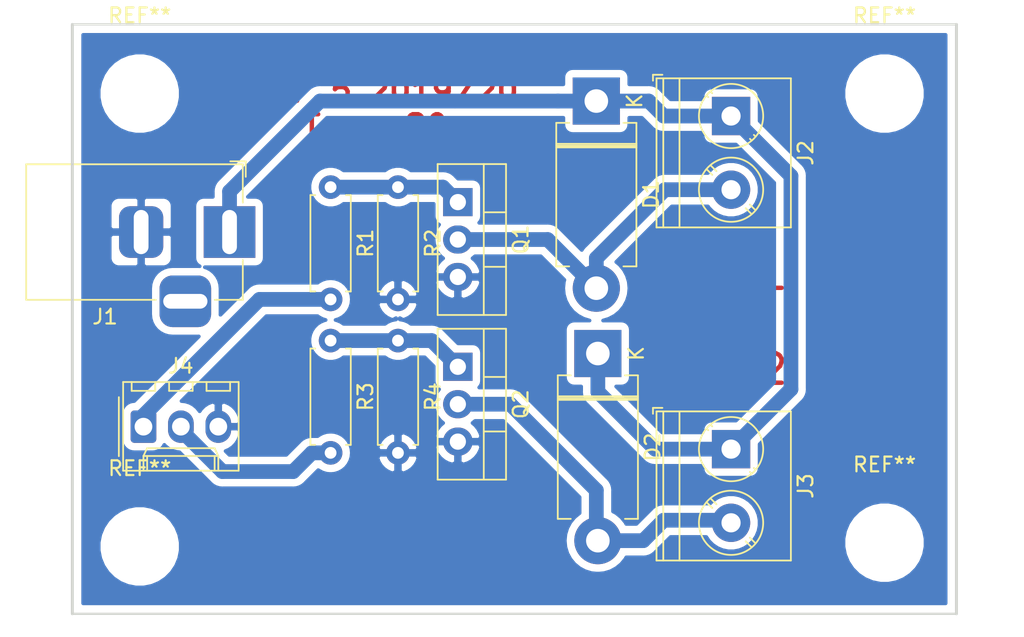
<source format=kicad_pcb>
(kicad_pcb (version 20171130) (host pcbnew "(5.0.2)-1")

  (general
    (thickness 1.6)
    (drawings 8)
    (tracks 41)
    (zones 0)
    (modules 16)
    (nets 9)
  )

  (page A4)
  (title_block
    (title "MyTea - Solenoid Valve Driver")
    (date 2020-02-20)
    (rev 1.0)
    (company "Real Time Embedded Programming 5 2019/20")
    (comment 1 "Drawn by Boris Yanchev")
  )

  (layers
    (0 F.Cu signal)
    (31 B.Cu signal)
    (32 B.Adhes user)
    (33 F.Adhes user)
    (34 B.Paste user)
    (35 F.Paste user)
    (36 B.SilkS user)
    (37 F.SilkS user)
    (38 B.Mask user)
    (39 F.Mask user)
    (40 Dwgs.User user)
    (41 Cmts.User user)
    (42 Eco1.User user)
    (43 Eco2.User user)
    (44 Edge.Cuts user)
    (45 Margin user)
    (46 B.CrtYd user)
    (47 F.CrtYd user)
    (48 B.Fab user)
    (49 F.Fab user)
  )

  (setup
    (last_trace_width 1)
    (trace_clearance 0.2)
    (zone_clearance 0.508)
    (zone_45_only no)
    (trace_min 0.2)
    (segment_width 0.2)
    (edge_width 0.15)
    (via_size 2)
    (via_drill 1)
    (via_min_size 0.4)
    (via_min_drill 0.3)
    (uvia_size 0.3)
    (uvia_drill 0.1)
    (uvias_allowed no)
    (uvia_min_size 0.2)
    (uvia_min_drill 0.1)
    (pcb_text_width 0.3)
    (pcb_text_size 1.5 1.5)
    (mod_edge_width 0.15)
    (mod_text_size 1 1)
    (mod_text_width 0.15)
    (pad_size 1.524 1.524)
    (pad_drill 0.762)
    (pad_to_mask_clearance 0.051)
    (solder_mask_min_width 0.25)
    (aux_axis_origin 0 0)
    (visible_elements 7FFFFFFF)
    (pcbplotparams
      (layerselection 0x00000_fffffffe)
      (usegerberextensions false)
      (usegerberattributes false)
      (usegerberadvancedattributes false)
      (creategerberjobfile false)
      (excludeedgelayer false)
      (linewidth 2.000000)
      (plotframeref false)
      (viasonmask false)
      (mode 1)
      (useauxorigin false)
      (hpglpennumber 1)
      (hpglpenspeed 20)
      (hpglpendiameter 15.000000)
      (psnegative false)
      (psa4output false)
      (plotreference true)
      (plotvalue true)
      (plotinvisibletext false)
      (padsonsilk false)
      (subtractmaskfromsilk false)
      (outputformat 4)
      (mirror false)
      (drillshape 2)
      (scaleselection 1)
      (outputdirectory "C:/Users/Boris/Desktop/"))
  )

  (net 0 "")
  (net 1 +12V)
  (net 2 "Net-(D1-Pad2)")
  (net 3 "Net-(D2-Pad2)")
  (net 4 GND)
  (net 5 "Net-(Q1-Pad1)")
  (net 6 "Net-(Q2-Pad1)")
  (net 7 CTRL1)
  (net 8 CTRL2)

  (net_class Default "Това е клас на веригите при отсъствие."
    (clearance 0.2)
    (trace_width 1)
    (via_dia 2)
    (via_drill 1)
    (uvia_dia 0.3)
    (uvia_drill 0.1)
    (add_net +12V)
    (add_net CTRL1)
    (add_net CTRL2)
    (add_net GND)
    (add_net "Net-(D1-Pad2)")
    (add_net "Net-(D2-Pad2)")
    (add_net "Net-(Q1-Pad1)")
    (add_net "Net-(Q2-Pad1)")
  )

  (module MountingHole:MountingHole_4.3mm_M4 (layer F.Cu) (tedit 56D1B4CB) (tstamp 5E68F49F)
    (at 120.142 104.14)
    (descr "Mounting Hole 4.3mm, no annular, M4")
    (tags "mounting hole 4.3mm no annular m4")
    (attr virtual)
    (fp_text reference REF** (at 0 -5.3) (layer F.SilkS)
      (effects (font (size 1 1) (thickness 0.15)))
    )
    (fp_text value MountingHole_4.3mm_M4 (at 0 5.3) (layer F.Fab)
      (effects (font (size 1 1) (thickness 0.15)))
    )
    (fp_text user %R (at 0.3 0) (layer F.Fab)
      (effects (font (size 1 1) (thickness 0.15)))
    )
    (fp_circle (center 0 0) (end 4.3 0) (layer Cmts.User) (width 0.15))
    (fp_circle (center 0 0) (end 4.55 0) (layer F.CrtYd) (width 0.05))
    (pad 1 np_thru_hole circle (at 0 0) (size 4.3 4.3) (drill 4.3) (layers *.Cu *.Mask))
  )

  (module MountingHole:MountingHole_4.3mm_M4 (layer F.Cu) (tedit 56D1B4CB) (tstamp 5E68F36C)
    (at 120.142 73.66)
    (descr "Mounting Hole 4.3mm, no annular, M4")
    (tags "mounting hole 4.3mm no annular m4")
    (attr virtual)
    (fp_text reference REF** (at 0 -5.3) (layer F.SilkS)
      (effects (font (size 1 1) (thickness 0.15)))
    )
    (fp_text value MountingHole_4.3mm_M4 (at 0 5.3) (layer F.Fab)
      (effects (font (size 1 1) (thickness 0.15)))
    )
    (fp_circle (center 0 0) (end 4.55 0) (layer F.CrtYd) (width 0.05))
    (fp_circle (center 0 0) (end 4.3 0) (layer Cmts.User) (width 0.15))
    (fp_text user %R (at 0.3 0) (layer F.Fab)
      (effects (font (size 1 1) (thickness 0.15)))
    )
    (pad 1 np_thru_hole circle (at 0 0) (size 4.3 4.3) (drill 4.3) (layers *.Cu *.Mask))
  )

  (module MountingHole:MountingHole_4.3mm_M4 (layer F.Cu) (tedit 56D1B4CB) (tstamp 5E68F35D)
    (at 69.596 104.394)
    (descr "Mounting Hole 4.3mm, no annular, M4")
    (tags "mounting hole 4.3mm no annular m4")
    (attr virtual)
    (fp_text reference REF** (at 0 -5.3) (layer F.SilkS)
      (effects (font (size 1 1) (thickness 0.15)))
    )
    (fp_text value MountingHole_4.3mm_M4 (at 0 5.3) (layer F.Fab)
      (effects (font (size 1 1) (thickness 0.15)))
    )
    (fp_text user %R (at 0.3 0) (layer F.Fab)
      (effects (font (size 1 1) (thickness 0.15)))
    )
    (fp_circle (center 0 0) (end 4.3 0) (layer Cmts.User) (width 0.15))
    (fp_circle (center 0 0) (end 4.55 0) (layer F.CrtYd) (width 0.05))
    (pad 1 np_thru_hole circle (at 0 0) (size 4.3 4.3) (drill 4.3) (layers *.Cu *.Mask))
  )

  (module Diode_THT:D_DO-201AD_P12.70mm_Horizontal (layer F.Cu) (tedit 5AE50CD5) (tstamp 5E5CADF8)
    (at 100.584 74.168 270)
    (descr "Diode, DO-201AD series, Axial, Horizontal, pin pitch=12.7mm, , length*diameter=9.5*5.2mm^2, , http://www.diodes.com/_files/packages/DO-201AD.pdf")
    (tags "Diode DO-201AD series Axial Horizontal pin pitch 12.7mm  length 9.5mm diameter 5.2mm")
    (path /5E4F0898)
    (fp_text reference D1 (at 6.35 -3.72 270) (layer F.SilkS)
      (effects (font (size 1 1) (thickness 0.15)))
    )
    (fp_text value D_Schottky (at 6.35 3.72 270) (layer F.Fab)
      (effects (font (size 1 1) (thickness 0.15)))
    )
    (fp_line (start 1.6 -2.6) (end 1.6 2.6) (layer F.Fab) (width 0.1))
    (fp_line (start 1.6 2.6) (end 11.1 2.6) (layer F.Fab) (width 0.1))
    (fp_line (start 11.1 2.6) (end 11.1 -2.6) (layer F.Fab) (width 0.1))
    (fp_line (start 11.1 -2.6) (end 1.6 -2.6) (layer F.Fab) (width 0.1))
    (fp_line (start 0 0) (end 1.6 0) (layer F.Fab) (width 0.1))
    (fp_line (start 12.7 0) (end 11.1 0) (layer F.Fab) (width 0.1))
    (fp_line (start 3.025 -2.6) (end 3.025 2.6) (layer F.Fab) (width 0.1))
    (fp_line (start 3.125 -2.6) (end 3.125 2.6) (layer F.Fab) (width 0.1))
    (fp_line (start 2.925 -2.6) (end 2.925 2.6) (layer F.Fab) (width 0.1))
    (fp_line (start 1.48 -1.84) (end 1.48 -2.72) (layer F.SilkS) (width 0.12))
    (fp_line (start 1.48 -2.72) (end 11.22 -2.72) (layer F.SilkS) (width 0.12))
    (fp_line (start 11.22 -2.72) (end 11.22 -1.84) (layer F.SilkS) (width 0.12))
    (fp_line (start 1.48 1.84) (end 1.48 2.72) (layer F.SilkS) (width 0.12))
    (fp_line (start 1.48 2.72) (end 11.22 2.72) (layer F.SilkS) (width 0.12))
    (fp_line (start 11.22 2.72) (end 11.22 1.84) (layer F.SilkS) (width 0.12))
    (fp_line (start 3.025 -2.72) (end 3.025 2.72) (layer F.SilkS) (width 0.12))
    (fp_line (start 3.145 -2.72) (end 3.145 2.72) (layer F.SilkS) (width 0.12))
    (fp_line (start 2.905 -2.72) (end 2.905 2.72) (layer F.SilkS) (width 0.12))
    (fp_line (start -1.85 -2.85) (end -1.85 2.85) (layer F.CrtYd) (width 0.05))
    (fp_line (start -1.85 2.85) (end 14.55 2.85) (layer F.CrtYd) (width 0.05))
    (fp_line (start 14.55 2.85) (end 14.55 -2.85) (layer F.CrtYd) (width 0.05))
    (fp_line (start 14.55 -2.85) (end -1.85 -2.85) (layer F.CrtYd) (width 0.05))
    (fp_text user %R (at 7.0625 0 270) (layer F.Fab)
      (effects (font (size 1 1) (thickness 0.15)))
    )
    (fp_text user K (at 0 -2.6 270) (layer F.Fab)
      (effects (font (size 1 1) (thickness 0.15)))
    )
    (fp_text user K (at 0 -2.6 270) (layer F.SilkS)
      (effects (font (size 1 1) (thickness 0.15)))
    )
    (pad 1 thru_hole rect (at 0 0 270) (size 3.2 3.2) (drill 1.6) (layers *.Cu *.Mask)
      (net 1 +12V))
    (pad 2 thru_hole oval (at 12.7 0 270) (size 3.2 3.2) (drill 1.6) (layers *.Cu *.Mask)
      (net 2 "Net-(D1-Pad2)"))
    (model ${KISYS3DMOD}/Diode_THT.3dshapes/D_DO-201AD_P12.70mm_Horizontal.wrl
      (at (xyz 0 0 0))
      (scale (xyz 1 1 1))
      (rotate (xyz 0 0 0))
    )
  )

  (module Diode_THT:D_DO-201AD_P12.70mm_Horizontal (layer F.Cu) (tedit 5AE50CD5) (tstamp 5E5C9703)
    (at 100.688 91.302 270)
    (descr "Diode, DO-201AD series, Axial, Horizontal, pin pitch=12.7mm, , length*diameter=9.5*5.2mm^2, , http://www.diodes.com/_files/packages/DO-201AD.pdf")
    (tags "Diode DO-201AD series Axial Horizontal pin pitch 12.7mm  length 9.5mm diameter 5.2mm")
    (path /5E4F0FA6)
    (fp_text reference D2 (at 6.35 -3.72 270) (layer F.SilkS)
      (effects (font (size 1 1) (thickness 0.15)))
    )
    (fp_text value D_Schottky (at 6.35 3.72 270) (layer F.Fab)
      (effects (font (size 1 1) (thickness 0.15)))
    )
    (fp_text user K (at 0 -2.6 270) (layer F.SilkS)
      (effects (font (size 1 1) (thickness 0.15)))
    )
    (fp_text user K (at 0 -2.6 270) (layer F.Fab)
      (effects (font (size 1 1) (thickness 0.15)))
    )
    (fp_text user %R (at 7.0625 0 270) (layer F.Fab)
      (effects (font (size 1 1) (thickness 0.15)))
    )
    (fp_line (start 14.55 -2.85) (end -1.85 -2.85) (layer F.CrtYd) (width 0.05))
    (fp_line (start 14.55 2.85) (end 14.55 -2.85) (layer F.CrtYd) (width 0.05))
    (fp_line (start -1.85 2.85) (end 14.55 2.85) (layer F.CrtYd) (width 0.05))
    (fp_line (start -1.85 -2.85) (end -1.85 2.85) (layer F.CrtYd) (width 0.05))
    (fp_line (start 2.905 -2.72) (end 2.905 2.72) (layer F.SilkS) (width 0.12))
    (fp_line (start 3.145 -2.72) (end 3.145 2.72) (layer F.SilkS) (width 0.12))
    (fp_line (start 3.025 -2.72) (end 3.025 2.72) (layer F.SilkS) (width 0.12))
    (fp_line (start 11.22 2.72) (end 11.22 1.84) (layer F.SilkS) (width 0.12))
    (fp_line (start 1.48 2.72) (end 11.22 2.72) (layer F.SilkS) (width 0.12))
    (fp_line (start 1.48 1.84) (end 1.48 2.72) (layer F.SilkS) (width 0.12))
    (fp_line (start 11.22 -2.72) (end 11.22 -1.84) (layer F.SilkS) (width 0.12))
    (fp_line (start 1.48 -2.72) (end 11.22 -2.72) (layer F.SilkS) (width 0.12))
    (fp_line (start 1.48 -1.84) (end 1.48 -2.72) (layer F.SilkS) (width 0.12))
    (fp_line (start 2.925 -2.6) (end 2.925 2.6) (layer F.Fab) (width 0.1))
    (fp_line (start 3.125 -2.6) (end 3.125 2.6) (layer F.Fab) (width 0.1))
    (fp_line (start 3.025 -2.6) (end 3.025 2.6) (layer F.Fab) (width 0.1))
    (fp_line (start 12.7 0) (end 11.1 0) (layer F.Fab) (width 0.1))
    (fp_line (start 0 0) (end 1.6 0) (layer F.Fab) (width 0.1))
    (fp_line (start 11.1 -2.6) (end 1.6 -2.6) (layer F.Fab) (width 0.1))
    (fp_line (start 11.1 2.6) (end 11.1 -2.6) (layer F.Fab) (width 0.1))
    (fp_line (start 1.6 2.6) (end 11.1 2.6) (layer F.Fab) (width 0.1))
    (fp_line (start 1.6 -2.6) (end 1.6 2.6) (layer F.Fab) (width 0.1))
    (pad 2 thru_hole oval (at 12.7 0 270) (size 3.2 3.2) (drill 1.6) (layers *.Cu *.Mask)
      (net 3 "Net-(D2-Pad2)"))
    (pad 1 thru_hole rect (at 0 0 270) (size 3.2 3.2) (drill 1.6) (layers *.Cu *.Mask)
      (net 1 +12V))
    (model ${KISYS3DMOD}/Diode_THT.3dshapes/D_DO-201AD_P12.70mm_Horizontal.wrl
      (at (xyz 0 0 0))
      (scale (xyz 1 1 1))
      (rotate (xyz 0 0 0))
    )
  )

  (module Connector_BarrelJack:BarrelJack_Horizontal (layer F.Cu) (tedit 5A1DBF6A) (tstamp 5E5CAF4C)
    (at 75.692 83.058)
    (descr "DC Barrel Jack")
    (tags "Power Jack")
    (path /5E4F1707)
    (fp_text reference J1 (at -8.45 5.75) (layer F.SilkS)
      (effects (font (size 1 1) (thickness 0.15)))
    )
    (fp_text value Barrel_Jack (at -6.2 -5.5) (layer F.Fab)
      (effects (font (size 1 1) (thickness 0.15)))
    )
    (fp_text user %R (at -3 -2.95) (layer F.Fab)
      (effects (font (size 1 1) (thickness 0.15)))
    )
    (fp_line (start -0.003213 -4.505425) (end 0.8 -3.75) (layer F.Fab) (width 0.1))
    (fp_line (start 1.1 -3.75) (end 1.1 -4.8) (layer F.SilkS) (width 0.12))
    (fp_line (start 0.05 -4.8) (end 1.1 -4.8) (layer F.SilkS) (width 0.12))
    (fp_line (start 1 -4.5) (end 1 -4.75) (layer F.CrtYd) (width 0.05))
    (fp_line (start 1 -4.75) (end -14 -4.75) (layer F.CrtYd) (width 0.05))
    (fp_line (start 1 -4.5) (end 1 -2) (layer F.CrtYd) (width 0.05))
    (fp_line (start 1 -2) (end 2 -2) (layer F.CrtYd) (width 0.05))
    (fp_line (start 2 -2) (end 2 2) (layer F.CrtYd) (width 0.05))
    (fp_line (start 2 2) (end 1 2) (layer F.CrtYd) (width 0.05))
    (fp_line (start 1 2) (end 1 4.75) (layer F.CrtYd) (width 0.05))
    (fp_line (start 1 4.75) (end -1 4.75) (layer F.CrtYd) (width 0.05))
    (fp_line (start -1 4.75) (end -1 6.75) (layer F.CrtYd) (width 0.05))
    (fp_line (start -1 6.75) (end -5 6.75) (layer F.CrtYd) (width 0.05))
    (fp_line (start -5 6.75) (end -5 4.75) (layer F.CrtYd) (width 0.05))
    (fp_line (start -5 4.75) (end -14 4.75) (layer F.CrtYd) (width 0.05))
    (fp_line (start -14 4.75) (end -14 -4.75) (layer F.CrtYd) (width 0.05))
    (fp_line (start -5 4.6) (end -13.8 4.6) (layer F.SilkS) (width 0.12))
    (fp_line (start -13.8 4.6) (end -13.8 -4.6) (layer F.SilkS) (width 0.12))
    (fp_line (start 0.9 1.9) (end 0.9 4.6) (layer F.SilkS) (width 0.12))
    (fp_line (start 0.9 4.6) (end -1 4.6) (layer F.SilkS) (width 0.12))
    (fp_line (start -13.8 -4.6) (end 0.9 -4.6) (layer F.SilkS) (width 0.12))
    (fp_line (start 0.9 -4.6) (end 0.9 -2) (layer F.SilkS) (width 0.12))
    (fp_line (start -10.2 -4.5) (end -10.2 4.5) (layer F.Fab) (width 0.1))
    (fp_line (start -13.7 -4.5) (end -13.7 4.5) (layer F.Fab) (width 0.1))
    (fp_line (start -13.7 4.5) (end 0.8 4.5) (layer F.Fab) (width 0.1))
    (fp_line (start 0.8 4.5) (end 0.8 -3.75) (layer F.Fab) (width 0.1))
    (fp_line (start 0 -4.5) (end -13.7 -4.5) (layer F.Fab) (width 0.1))
    (pad 1 thru_hole rect (at 0 0) (size 3.5 3.5) (drill oval 1 3) (layers *.Cu *.Mask)
      (net 1 +12V))
    (pad 2 thru_hole roundrect (at -6 0) (size 3 3.5) (drill oval 1 3) (layers *.Cu *.Mask) (roundrect_rratio 0.25)
      (net 4 GND))
    (pad 3 thru_hole roundrect (at -3 4.7) (size 3.5 3.5) (drill oval 3 1) (layers *.Cu *.Mask) (roundrect_rratio 0.25))
    (model ${KISYS3DMOD}/Connector_BarrelJack.3dshapes/BarrelJack_Horizontal.wrl
      (at (xyz 0 0 0))
      (scale (xyz 1 1 1))
      (rotate (xyz 0 0 0))
    )
  )

  (module TerminalBlock_Phoenix:TerminalBlock_Phoenix_PT-1,5-2-5.0-H_1x02_P5.00mm_Horizontal (layer F.Cu) (tedit 5B294F69) (tstamp 5E5CAED8)
    (at 109.728 75.184 270)
    (descr "Terminal Block Phoenix PT-1,5-2-5.0-H, 2 pins, pitch 5mm, size 10x9mm^2, drill diamater 1.3mm, pad diameter 2.6mm, see http://www.mouser.com/ds/2/324/ItemDetail_1935161-922578.pdf, script-generated using https://github.com/pointhi/kicad-footprint-generator/scripts/TerminalBlock_Phoenix")
    (tags "THT Terminal Block Phoenix PT-1,5-2-5.0-H pitch 5mm size 10x9mm^2 drill 1.3mm pad 2.6mm")
    (path /5E4F06CD)
    (fp_text reference J2 (at 2.5 -5.06 270) (layer F.SilkS)
      (effects (font (size 1 1) (thickness 0.15)))
    )
    (fp_text value Conn_01x02 (at 2.5 6.06 270) (layer F.Fab)
      (effects (font (size 1 1) (thickness 0.15)))
    )
    (fp_circle (center 0 0) (end 2 0) (layer F.Fab) (width 0.1))
    (fp_circle (center 0 0) (end 2.18 0) (layer F.SilkS) (width 0.12))
    (fp_circle (center 5 0) (end 7 0) (layer F.Fab) (width 0.1))
    (fp_circle (center 5 0) (end 7.18 0) (layer F.SilkS) (width 0.12))
    (fp_line (start -2.5 -4) (end 7.5 -4) (layer F.Fab) (width 0.1))
    (fp_line (start 7.5 -4) (end 7.5 5) (layer F.Fab) (width 0.1))
    (fp_line (start 7.5 5) (end -2.1 5) (layer F.Fab) (width 0.1))
    (fp_line (start -2.1 5) (end -2.5 4.6) (layer F.Fab) (width 0.1))
    (fp_line (start -2.5 4.6) (end -2.5 -4) (layer F.Fab) (width 0.1))
    (fp_line (start -2.5 4.6) (end 7.5 4.6) (layer F.Fab) (width 0.1))
    (fp_line (start -2.56 4.6) (end 7.56 4.6) (layer F.SilkS) (width 0.12))
    (fp_line (start -2.5 3.5) (end 7.5 3.5) (layer F.Fab) (width 0.1))
    (fp_line (start -2.56 3.5) (end 7.56 3.5) (layer F.SilkS) (width 0.12))
    (fp_line (start -2.56 -4.06) (end 7.56 -4.06) (layer F.SilkS) (width 0.12))
    (fp_line (start -2.56 5.06) (end 7.56 5.06) (layer F.SilkS) (width 0.12))
    (fp_line (start -2.56 -4.06) (end -2.56 5.06) (layer F.SilkS) (width 0.12))
    (fp_line (start 7.56 -4.06) (end 7.56 5.06) (layer F.SilkS) (width 0.12))
    (fp_line (start 1.517 -1.273) (end -1.273 1.517) (layer F.Fab) (width 0.1))
    (fp_line (start 1.273 -1.517) (end -1.517 1.273) (layer F.Fab) (width 0.1))
    (fp_line (start 1.654 -1.388) (end 1.547 -1.281) (layer F.SilkS) (width 0.12))
    (fp_line (start -1.282 1.547) (end -1.388 1.654) (layer F.SilkS) (width 0.12))
    (fp_line (start 1.388 -1.654) (end 1.281 -1.547) (layer F.SilkS) (width 0.12))
    (fp_line (start -1.548 1.281) (end -1.654 1.388) (layer F.SilkS) (width 0.12))
    (fp_line (start 6.517 -1.273) (end 3.728 1.517) (layer F.Fab) (width 0.1))
    (fp_line (start 6.273 -1.517) (end 3.484 1.273) (layer F.Fab) (width 0.1))
    (fp_line (start 6.654 -1.388) (end 6.259 -0.992) (layer F.SilkS) (width 0.12))
    (fp_line (start 3.993 1.274) (end 3.613 1.654) (layer F.SilkS) (width 0.12))
    (fp_line (start 6.388 -1.654) (end 6.008 -1.274) (layer F.SilkS) (width 0.12))
    (fp_line (start 3.742 0.992) (end 3.347 1.388) (layer F.SilkS) (width 0.12))
    (fp_line (start -2.8 4.66) (end -2.8 5.3) (layer F.SilkS) (width 0.12))
    (fp_line (start -2.8 5.3) (end -2.4 5.3) (layer F.SilkS) (width 0.12))
    (fp_line (start -3 -4.5) (end -3 5.5) (layer F.CrtYd) (width 0.05))
    (fp_line (start -3 5.5) (end 8 5.5) (layer F.CrtYd) (width 0.05))
    (fp_line (start 8 5.5) (end 8 -4.5) (layer F.CrtYd) (width 0.05))
    (fp_line (start 8 -4.5) (end -3 -4.5) (layer F.CrtYd) (width 0.05))
    (fp_text user %R (at 2.5 2.9 270) (layer F.Fab)
      (effects (font (size 1 1) (thickness 0.15)))
    )
    (pad 1 thru_hole rect (at 0 0 270) (size 2.6 2.6) (drill 1.3) (layers *.Cu *.Mask)
      (net 1 +12V))
    (pad 2 thru_hole circle (at 5 0 270) (size 2.6 2.6) (drill 1.3) (layers *.Cu *.Mask)
      (net 2 "Net-(D1-Pad2)"))
    (model ${KISYS3DMOD}/TerminalBlock_Phoenix.3dshapes/TerminalBlock_Phoenix_PT-1,5-2-5.0-H_1x02_P5.00mm_Horizontal.wrl
      (at (xyz 0 0 0))
      (scale (xyz 1 1 1))
      (rotate (xyz 0 0 0))
    )
  )

  (module TerminalBlock_Phoenix:TerminalBlock_Phoenix_PT-1,5-2-5.0-H_1x02_P5.00mm_Horizontal (layer F.Cu) (tedit 5B294F69) (tstamp 5E5CAE5D)
    (at 109.728 97.79 270)
    (descr "Terminal Block Phoenix PT-1,5-2-5.0-H, 2 pins, pitch 5mm, size 10x9mm^2, drill diamater 1.3mm, pad diameter 2.6mm, see http://www.mouser.com/ds/2/324/ItemDetail_1935161-922578.pdf, script-generated using https://github.com/pointhi/kicad-footprint-generator/scripts/TerminalBlock_Phoenix")
    (tags "THT Terminal Block Phoenix PT-1,5-2-5.0-H pitch 5mm size 10x9mm^2 drill 1.3mm pad 2.6mm")
    (path /5E4F0F95)
    (fp_text reference J3 (at 2.5 -5.06 270) (layer F.SilkS)
      (effects (font (size 1 1) (thickness 0.15)))
    )
    (fp_text value Conn_01x02 (at 2.5 6.06 270) (layer F.Fab)
      (effects (font (size 1 1) (thickness 0.15)))
    )
    (fp_text user %R (at 2.5 2.9 270) (layer F.Fab)
      (effects (font (size 1 1) (thickness 0.15)))
    )
    (fp_line (start 8 -4.5) (end -3 -4.5) (layer F.CrtYd) (width 0.05))
    (fp_line (start 8 5.5) (end 8 -4.5) (layer F.CrtYd) (width 0.05))
    (fp_line (start -3 5.5) (end 8 5.5) (layer F.CrtYd) (width 0.05))
    (fp_line (start -3 -4.5) (end -3 5.5) (layer F.CrtYd) (width 0.05))
    (fp_line (start -2.8 5.3) (end -2.4 5.3) (layer F.SilkS) (width 0.12))
    (fp_line (start -2.8 4.66) (end -2.8 5.3) (layer F.SilkS) (width 0.12))
    (fp_line (start 3.742 0.992) (end 3.347 1.388) (layer F.SilkS) (width 0.12))
    (fp_line (start 6.388 -1.654) (end 6.008 -1.274) (layer F.SilkS) (width 0.12))
    (fp_line (start 3.993 1.274) (end 3.613 1.654) (layer F.SilkS) (width 0.12))
    (fp_line (start 6.654 -1.388) (end 6.259 -0.992) (layer F.SilkS) (width 0.12))
    (fp_line (start 6.273 -1.517) (end 3.484 1.273) (layer F.Fab) (width 0.1))
    (fp_line (start 6.517 -1.273) (end 3.728 1.517) (layer F.Fab) (width 0.1))
    (fp_line (start -1.548 1.281) (end -1.654 1.388) (layer F.SilkS) (width 0.12))
    (fp_line (start 1.388 -1.654) (end 1.281 -1.547) (layer F.SilkS) (width 0.12))
    (fp_line (start -1.282 1.547) (end -1.388 1.654) (layer F.SilkS) (width 0.12))
    (fp_line (start 1.654 -1.388) (end 1.547 -1.281) (layer F.SilkS) (width 0.12))
    (fp_line (start 1.273 -1.517) (end -1.517 1.273) (layer F.Fab) (width 0.1))
    (fp_line (start 1.517 -1.273) (end -1.273 1.517) (layer F.Fab) (width 0.1))
    (fp_line (start 7.56 -4.06) (end 7.56 5.06) (layer F.SilkS) (width 0.12))
    (fp_line (start -2.56 -4.06) (end -2.56 5.06) (layer F.SilkS) (width 0.12))
    (fp_line (start -2.56 5.06) (end 7.56 5.06) (layer F.SilkS) (width 0.12))
    (fp_line (start -2.56 -4.06) (end 7.56 -4.06) (layer F.SilkS) (width 0.12))
    (fp_line (start -2.56 3.5) (end 7.56 3.5) (layer F.SilkS) (width 0.12))
    (fp_line (start -2.5 3.5) (end 7.5 3.5) (layer F.Fab) (width 0.1))
    (fp_line (start -2.56 4.6) (end 7.56 4.6) (layer F.SilkS) (width 0.12))
    (fp_line (start -2.5 4.6) (end 7.5 4.6) (layer F.Fab) (width 0.1))
    (fp_line (start -2.5 4.6) (end -2.5 -4) (layer F.Fab) (width 0.1))
    (fp_line (start -2.1 5) (end -2.5 4.6) (layer F.Fab) (width 0.1))
    (fp_line (start 7.5 5) (end -2.1 5) (layer F.Fab) (width 0.1))
    (fp_line (start 7.5 -4) (end 7.5 5) (layer F.Fab) (width 0.1))
    (fp_line (start -2.5 -4) (end 7.5 -4) (layer F.Fab) (width 0.1))
    (fp_circle (center 5 0) (end 7.18 0) (layer F.SilkS) (width 0.12))
    (fp_circle (center 5 0) (end 7 0) (layer F.Fab) (width 0.1))
    (fp_circle (center 0 0) (end 2.18 0) (layer F.SilkS) (width 0.12))
    (fp_circle (center 0 0) (end 2 0) (layer F.Fab) (width 0.1))
    (pad 2 thru_hole circle (at 5 0 270) (size 2.6 2.6) (drill 1.3) (layers *.Cu *.Mask)
      (net 3 "Net-(D2-Pad2)"))
    (pad 1 thru_hole rect (at 0 0 270) (size 2.6 2.6) (drill 1.3) (layers *.Cu *.Mask)
      (net 1 +12V))
    (model ${KISYS3DMOD}/TerminalBlock_Phoenix.3dshapes/TerminalBlock_Phoenix_PT-1,5-2-5.0-H_1x02_P5.00mm_Horizontal.wrl
      (at (xyz 0 0 0))
      (scale (xyz 1 1 1))
      (rotate (xyz 0 0 0))
    )
  )

  (module Package_TO_SOT_THT:TO-220-3_Vertical (layer F.Cu) (tedit 5AC8BA0D) (tstamp 5E5CAD66)
    (at 91.186 81.026 270)
    (descr "TO-220-3, Vertical, RM 2.54mm, see https://www.vishay.com/docs/66542/to-220-1.pdf")
    (tags "TO-220-3 Vertical RM 2.54mm")
    (path /5E4F03D1)
    (fp_text reference Q1 (at 2.54 -4.27 270) (layer F.SilkS)
      (effects (font (size 1 1) (thickness 0.15)))
    )
    (fp_text value Q_NMOS_GDS (at 2.54 2.5 270) (layer F.Fab)
      (effects (font (size 1 1) (thickness 0.15)))
    )
    (fp_line (start -2.46 -3.15) (end -2.46 1.25) (layer F.Fab) (width 0.1))
    (fp_line (start -2.46 1.25) (end 7.54 1.25) (layer F.Fab) (width 0.1))
    (fp_line (start 7.54 1.25) (end 7.54 -3.15) (layer F.Fab) (width 0.1))
    (fp_line (start 7.54 -3.15) (end -2.46 -3.15) (layer F.Fab) (width 0.1))
    (fp_line (start -2.46 -1.88) (end 7.54 -1.88) (layer F.Fab) (width 0.1))
    (fp_line (start 0.69 -3.15) (end 0.69 -1.88) (layer F.Fab) (width 0.1))
    (fp_line (start 4.39 -3.15) (end 4.39 -1.88) (layer F.Fab) (width 0.1))
    (fp_line (start -2.58 -3.27) (end 7.66 -3.27) (layer F.SilkS) (width 0.12))
    (fp_line (start -2.58 1.371) (end 7.66 1.371) (layer F.SilkS) (width 0.12))
    (fp_line (start -2.58 -3.27) (end -2.58 1.371) (layer F.SilkS) (width 0.12))
    (fp_line (start 7.66 -3.27) (end 7.66 1.371) (layer F.SilkS) (width 0.12))
    (fp_line (start -2.58 -1.76) (end 7.66 -1.76) (layer F.SilkS) (width 0.12))
    (fp_line (start 0.69 -3.27) (end 0.69 -1.76) (layer F.SilkS) (width 0.12))
    (fp_line (start 4.391 -3.27) (end 4.391 -1.76) (layer F.SilkS) (width 0.12))
    (fp_line (start -2.71 -3.4) (end -2.71 1.51) (layer F.CrtYd) (width 0.05))
    (fp_line (start -2.71 1.51) (end 7.79 1.51) (layer F.CrtYd) (width 0.05))
    (fp_line (start 7.79 1.51) (end 7.79 -3.4) (layer F.CrtYd) (width 0.05))
    (fp_line (start 7.79 -3.4) (end -2.71 -3.4) (layer F.CrtYd) (width 0.05))
    (fp_text user %R (at 2.54 -4.27 270) (layer F.Fab)
      (effects (font (size 1 1) (thickness 0.15)))
    )
    (pad 1 thru_hole rect (at 0 0 270) (size 1.905 2) (drill 1.1) (layers *.Cu *.Mask)
      (net 5 "Net-(Q1-Pad1)"))
    (pad 2 thru_hole oval (at 2.54 0 270) (size 1.905 2) (drill 1.1) (layers *.Cu *.Mask)
      (net 2 "Net-(D1-Pad2)"))
    (pad 3 thru_hole oval (at 5.08 0 270) (size 1.905 2) (drill 1.1) (layers *.Cu *.Mask)
      (net 4 GND))
    (model ${KISYS3DMOD}/Package_TO_SOT_THT.3dshapes/TO-220-3_Vertical.wrl
      (at (xyz 0 0 0))
      (scale (xyz 1 1 1))
      (rotate (xyz 0 0 0))
    )
  )

  (module Package_TO_SOT_THT:TO-220-3_Vertical (layer F.Cu) (tedit 5AC8BA0D) (tstamp 5E5CAC55)
    (at 91.186 92.202 270)
    (descr "TO-220-3, Vertical, RM 2.54mm, see https://www.vishay.com/docs/66542/to-220-1.pdf")
    (tags "TO-220-3 Vertical RM 2.54mm")
    (path /5E4F0F6C)
    (fp_text reference Q2 (at 2.54 -4.27 270) (layer F.SilkS)
      (effects (font (size 1 1) (thickness 0.15)))
    )
    (fp_text value Q_NMOS_GDS (at 2.54 2.5 270) (layer F.Fab)
      (effects (font (size 1 1) (thickness 0.15)))
    )
    (fp_text user %R (at 2.54 -4.27 270) (layer F.Fab)
      (effects (font (size 1 1) (thickness 0.15)))
    )
    (fp_line (start 7.79 -3.4) (end -2.71 -3.4) (layer F.CrtYd) (width 0.05))
    (fp_line (start 7.79 1.51) (end 7.79 -3.4) (layer F.CrtYd) (width 0.05))
    (fp_line (start -2.71 1.51) (end 7.79 1.51) (layer F.CrtYd) (width 0.05))
    (fp_line (start -2.71 -3.4) (end -2.71 1.51) (layer F.CrtYd) (width 0.05))
    (fp_line (start 4.391 -3.27) (end 4.391 -1.76) (layer F.SilkS) (width 0.12))
    (fp_line (start 0.69 -3.27) (end 0.69 -1.76) (layer F.SilkS) (width 0.12))
    (fp_line (start -2.58 -1.76) (end 7.66 -1.76) (layer F.SilkS) (width 0.12))
    (fp_line (start 7.66 -3.27) (end 7.66 1.371) (layer F.SilkS) (width 0.12))
    (fp_line (start -2.58 -3.27) (end -2.58 1.371) (layer F.SilkS) (width 0.12))
    (fp_line (start -2.58 1.371) (end 7.66 1.371) (layer F.SilkS) (width 0.12))
    (fp_line (start -2.58 -3.27) (end 7.66 -3.27) (layer F.SilkS) (width 0.12))
    (fp_line (start 4.39 -3.15) (end 4.39 -1.88) (layer F.Fab) (width 0.1))
    (fp_line (start 0.69 -3.15) (end 0.69 -1.88) (layer F.Fab) (width 0.1))
    (fp_line (start -2.46 -1.88) (end 7.54 -1.88) (layer F.Fab) (width 0.1))
    (fp_line (start 7.54 -3.15) (end -2.46 -3.15) (layer F.Fab) (width 0.1))
    (fp_line (start 7.54 1.25) (end 7.54 -3.15) (layer F.Fab) (width 0.1))
    (fp_line (start -2.46 1.25) (end 7.54 1.25) (layer F.Fab) (width 0.1))
    (fp_line (start -2.46 -3.15) (end -2.46 1.25) (layer F.Fab) (width 0.1))
    (pad 3 thru_hole oval (at 5.08 0 270) (size 1.905 2) (drill 1.1) (layers *.Cu *.Mask)
      (net 4 GND))
    (pad 2 thru_hole oval (at 2.54 0 270) (size 1.905 2) (drill 1.1) (layers *.Cu *.Mask)
      (net 3 "Net-(D2-Pad2)"))
    (pad 1 thru_hole rect (at 0 0 270) (size 1.905 2) (drill 1.1) (layers *.Cu *.Mask)
      (net 6 "Net-(Q2-Pad1)"))
    (model ${KISYS3DMOD}/Package_TO_SOT_THT.3dshapes/TO-220-3_Vertical.wrl
      (at (xyz 0 0 0))
      (scale (xyz 1 1 1))
      (rotate (xyz 0 0 0))
    )
  )

  (module Resistor_THT:R_Axial_DIN0207_L6.3mm_D2.5mm_P7.62mm_Horizontal (layer F.Cu) (tedit 5AE5139B) (tstamp 5E5CB302)
    (at 82.55 80.01 270)
    (descr "Resistor, Axial_DIN0207 series, Axial, Horizontal, pin pitch=7.62mm, 0.25W = 1/4W, length*diameter=6.3*2.5mm^2, http://cdn-reichelt.de/documents/datenblatt/B400/1_4W%23YAG.pdf")
    (tags "Resistor Axial_DIN0207 series Axial Horizontal pin pitch 7.62mm 0.25W = 1/4W length 6.3mm diameter 2.5mm")
    (path /5E4F055E)
    (fp_text reference R1 (at 3.81 -2.37 270) (layer F.SilkS)
      (effects (font (size 1 1) (thickness 0.15)))
    )
    (fp_text value 1K (at 3.81 2.37 270) (layer F.Fab)
      (effects (font (size 1 1) (thickness 0.15)))
    )
    (fp_text user %R (at 3.81 0 270) (layer F.Fab)
      (effects (font (size 1 1) (thickness 0.15)))
    )
    (fp_line (start 8.67 -1.5) (end -1.05 -1.5) (layer F.CrtYd) (width 0.05))
    (fp_line (start 8.67 1.5) (end 8.67 -1.5) (layer F.CrtYd) (width 0.05))
    (fp_line (start -1.05 1.5) (end 8.67 1.5) (layer F.CrtYd) (width 0.05))
    (fp_line (start -1.05 -1.5) (end -1.05 1.5) (layer F.CrtYd) (width 0.05))
    (fp_line (start 7.08 1.37) (end 7.08 1.04) (layer F.SilkS) (width 0.12))
    (fp_line (start 0.54 1.37) (end 7.08 1.37) (layer F.SilkS) (width 0.12))
    (fp_line (start 0.54 1.04) (end 0.54 1.37) (layer F.SilkS) (width 0.12))
    (fp_line (start 7.08 -1.37) (end 7.08 -1.04) (layer F.SilkS) (width 0.12))
    (fp_line (start 0.54 -1.37) (end 7.08 -1.37) (layer F.SilkS) (width 0.12))
    (fp_line (start 0.54 -1.04) (end 0.54 -1.37) (layer F.SilkS) (width 0.12))
    (fp_line (start 7.62 0) (end 6.96 0) (layer F.Fab) (width 0.1))
    (fp_line (start 0 0) (end 0.66 0) (layer F.Fab) (width 0.1))
    (fp_line (start 6.96 -1.25) (end 0.66 -1.25) (layer F.Fab) (width 0.1))
    (fp_line (start 6.96 1.25) (end 6.96 -1.25) (layer F.Fab) (width 0.1))
    (fp_line (start 0.66 1.25) (end 6.96 1.25) (layer F.Fab) (width 0.1))
    (fp_line (start 0.66 -1.25) (end 0.66 1.25) (layer F.Fab) (width 0.1))
    (pad 2 thru_hole oval (at 7.62 0 270) (size 1.6 1.6) (drill 0.8) (layers *.Cu *.Mask)
      (net 7 CTRL1))
    (pad 1 thru_hole circle (at 0 0 270) (size 1.6 1.6) (drill 0.8) (layers *.Cu *.Mask)
      (net 5 "Net-(Q1-Pad1)"))
    (model ${KISYS3DMOD}/Resistor_THT.3dshapes/R_Axial_DIN0207_L6.3mm_D2.5mm_P7.62mm_Horizontal.wrl
      (at (xyz 0 0 0))
      (scale (xyz 1 1 1))
      (rotate (xyz 0 0 0))
    )
  )

  (module Resistor_THT:R_Axial_DIN0207_L6.3mm_D2.5mm_P7.62mm_Horizontal (layer F.Cu) (tedit 5AE5139B) (tstamp 5E5CAC9D)
    (at 87.122 80.01 270)
    (descr "Resistor, Axial_DIN0207 series, Axial, Horizontal, pin pitch=7.62mm, 0.25W = 1/4W, length*diameter=6.3*2.5mm^2, http://cdn-reichelt.de/documents/datenblatt/B400/1_4W%23YAG.pdf")
    (tags "Resistor Axial_DIN0207 series Axial Horizontal pin pitch 7.62mm 0.25W = 1/4W length 6.3mm diameter 2.5mm")
    (path /5E4F04B7)
    (fp_text reference R2 (at 3.81 -2.37 270) (layer F.SilkS)
      (effects (font (size 1 1) (thickness 0.15)))
    )
    (fp_text value 10K (at 3.81 2.37 270) (layer F.Fab)
      (effects (font (size 1 1) (thickness 0.15)))
    )
    (fp_line (start 0.66 -1.25) (end 0.66 1.25) (layer F.Fab) (width 0.1))
    (fp_line (start 0.66 1.25) (end 6.96 1.25) (layer F.Fab) (width 0.1))
    (fp_line (start 6.96 1.25) (end 6.96 -1.25) (layer F.Fab) (width 0.1))
    (fp_line (start 6.96 -1.25) (end 0.66 -1.25) (layer F.Fab) (width 0.1))
    (fp_line (start 0 0) (end 0.66 0) (layer F.Fab) (width 0.1))
    (fp_line (start 7.62 0) (end 6.96 0) (layer F.Fab) (width 0.1))
    (fp_line (start 0.54 -1.04) (end 0.54 -1.37) (layer F.SilkS) (width 0.12))
    (fp_line (start 0.54 -1.37) (end 7.08 -1.37) (layer F.SilkS) (width 0.12))
    (fp_line (start 7.08 -1.37) (end 7.08 -1.04) (layer F.SilkS) (width 0.12))
    (fp_line (start 0.54 1.04) (end 0.54 1.37) (layer F.SilkS) (width 0.12))
    (fp_line (start 0.54 1.37) (end 7.08 1.37) (layer F.SilkS) (width 0.12))
    (fp_line (start 7.08 1.37) (end 7.08 1.04) (layer F.SilkS) (width 0.12))
    (fp_line (start -1.05 -1.5) (end -1.05 1.5) (layer F.CrtYd) (width 0.05))
    (fp_line (start -1.05 1.5) (end 8.67 1.5) (layer F.CrtYd) (width 0.05))
    (fp_line (start 8.67 1.5) (end 8.67 -1.5) (layer F.CrtYd) (width 0.05))
    (fp_line (start 8.67 -1.5) (end -1.05 -1.5) (layer F.CrtYd) (width 0.05))
    (fp_text user %R (at 3.81 0 270) (layer F.Fab)
      (effects (font (size 1 1) (thickness 0.15)))
    )
    (pad 1 thru_hole circle (at 0 0 270) (size 1.6 1.6) (drill 0.8) (layers *.Cu *.Mask)
      (net 5 "Net-(Q1-Pad1)"))
    (pad 2 thru_hole oval (at 7.62 0 270) (size 1.6 1.6) (drill 0.8) (layers *.Cu *.Mask)
      (net 4 GND))
    (model ${KISYS3DMOD}/Resistor_THT.3dshapes/R_Axial_DIN0207_L6.3mm_D2.5mm_P7.62mm_Horizontal.wrl
      (at (xyz 0 0 0))
      (scale (xyz 1 1 1))
      (rotate (xyz 0 0 0))
    )
  )

  (module Resistor_THT:R_Axial_DIN0207_L6.3mm_D2.5mm_P7.62mm_Horizontal (layer F.Cu) (tedit 5AE5139B) (tstamp 5E5CAD21)
    (at 82.55 90.424 270)
    (descr "Resistor, Axial_DIN0207 series, Axial, Horizontal, pin pitch=7.62mm, 0.25W = 1/4W, length*diameter=6.3*2.5mm^2, http://cdn-reichelt.de/documents/datenblatt/B400/1_4W%23YAG.pdf")
    (tags "Resistor Axial_DIN0207 series Axial Horizontal pin pitch 7.62mm 0.25W = 1/4W length 6.3mm diameter 2.5mm")
    (path /5E4F0F7A)
    (fp_text reference R3 (at 3.81 -2.37 270) (layer F.SilkS)
      (effects (font (size 1 1) (thickness 0.15)))
    )
    (fp_text value 1K (at 3.81 2.37 270) (layer F.Fab)
      (effects (font (size 1 1) (thickness 0.15)))
    )
    (fp_text user %R (at 3.81 0 270) (layer F.Fab)
      (effects (font (size 1 1) (thickness 0.15)))
    )
    (fp_line (start 8.67 -1.5) (end -1.05 -1.5) (layer F.CrtYd) (width 0.05))
    (fp_line (start 8.67 1.5) (end 8.67 -1.5) (layer F.CrtYd) (width 0.05))
    (fp_line (start -1.05 1.5) (end 8.67 1.5) (layer F.CrtYd) (width 0.05))
    (fp_line (start -1.05 -1.5) (end -1.05 1.5) (layer F.CrtYd) (width 0.05))
    (fp_line (start 7.08 1.37) (end 7.08 1.04) (layer F.SilkS) (width 0.12))
    (fp_line (start 0.54 1.37) (end 7.08 1.37) (layer F.SilkS) (width 0.12))
    (fp_line (start 0.54 1.04) (end 0.54 1.37) (layer F.SilkS) (width 0.12))
    (fp_line (start 7.08 -1.37) (end 7.08 -1.04) (layer F.SilkS) (width 0.12))
    (fp_line (start 0.54 -1.37) (end 7.08 -1.37) (layer F.SilkS) (width 0.12))
    (fp_line (start 0.54 -1.04) (end 0.54 -1.37) (layer F.SilkS) (width 0.12))
    (fp_line (start 7.62 0) (end 6.96 0) (layer F.Fab) (width 0.1))
    (fp_line (start 0 0) (end 0.66 0) (layer F.Fab) (width 0.1))
    (fp_line (start 6.96 -1.25) (end 0.66 -1.25) (layer F.Fab) (width 0.1))
    (fp_line (start 6.96 1.25) (end 6.96 -1.25) (layer F.Fab) (width 0.1))
    (fp_line (start 0.66 1.25) (end 6.96 1.25) (layer F.Fab) (width 0.1))
    (fp_line (start 0.66 -1.25) (end 0.66 1.25) (layer F.Fab) (width 0.1))
    (pad 2 thru_hole oval (at 7.62 0 270) (size 1.6 1.6) (drill 0.8) (layers *.Cu *.Mask)
      (net 8 CTRL2))
    (pad 1 thru_hole circle (at 0 0 270) (size 1.6 1.6) (drill 0.8) (layers *.Cu *.Mask)
      (net 6 "Net-(Q2-Pad1)"))
    (model ${KISYS3DMOD}/Resistor_THT.3dshapes/R_Axial_DIN0207_L6.3mm_D2.5mm_P7.62mm_Horizontal.wrl
      (at (xyz 0 0 0))
      (scale (xyz 1 1 1))
      (rotate (xyz 0 0 0))
    )
  )

  (module Resistor_THT:R_Axial_DIN0207_L6.3mm_D2.5mm_P7.62mm_Horizontal (layer F.Cu) (tedit 5AE5139B) (tstamp 5E5CADAE)
    (at 87.122 90.424 270)
    (descr "Resistor, Axial_DIN0207 series, Axial, Horizontal, pin pitch=7.62mm, 0.25W = 1/4W, length*diameter=6.3*2.5mm^2, http://cdn-reichelt.de/documents/datenblatt/B400/1_4W%23YAG.pdf")
    (tags "Resistor Axial_DIN0207 series Axial Horizontal pin pitch 7.62mm 0.25W = 1/4W length 6.3mm diameter 2.5mm")
    (path /5E4F0F73)
    (fp_text reference R4 (at 3.81 -2.37 270) (layer F.SilkS)
      (effects (font (size 1 1) (thickness 0.15)))
    )
    (fp_text value 10K (at 3.81 2.37 270) (layer F.Fab)
      (effects (font (size 1 1) (thickness 0.15)))
    )
    (fp_line (start 0.66 -1.25) (end 0.66 1.25) (layer F.Fab) (width 0.1))
    (fp_line (start 0.66 1.25) (end 6.96 1.25) (layer F.Fab) (width 0.1))
    (fp_line (start 6.96 1.25) (end 6.96 -1.25) (layer F.Fab) (width 0.1))
    (fp_line (start 6.96 -1.25) (end 0.66 -1.25) (layer F.Fab) (width 0.1))
    (fp_line (start 0 0) (end 0.66 0) (layer F.Fab) (width 0.1))
    (fp_line (start 7.62 0) (end 6.96 0) (layer F.Fab) (width 0.1))
    (fp_line (start 0.54 -1.04) (end 0.54 -1.37) (layer F.SilkS) (width 0.12))
    (fp_line (start 0.54 -1.37) (end 7.08 -1.37) (layer F.SilkS) (width 0.12))
    (fp_line (start 7.08 -1.37) (end 7.08 -1.04) (layer F.SilkS) (width 0.12))
    (fp_line (start 0.54 1.04) (end 0.54 1.37) (layer F.SilkS) (width 0.12))
    (fp_line (start 0.54 1.37) (end 7.08 1.37) (layer F.SilkS) (width 0.12))
    (fp_line (start 7.08 1.37) (end 7.08 1.04) (layer F.SilkS) (width 0.12))
    (fp_line (start -1.05 -1.5) (end -1.05 1.5) (layer F.CrtYd) (width 0.05))
    (fp_line (start -1.05 1.5) (end 8.67 1.5) (layer F.CrtYd) (width 0.05))
    (fp_line (start 8.67 1.5) (end 8.67 -1.5) (layer F.CrtYd) (width 0.05))
    (fp_line (start 8.67 -1.5) (end -1.05 -1.5) (layer F.CrtYd) (width 0.05))
    (fp_text user %R (at 3.81 0 270) (layer F.Fab)
      (effects (font (size 1 1) (thickness 0.15)))
    )
    (pad 1 thru_hole circle (at 0 0 270) (size 1.6 1.6) (drill 0.8) (layers *.Cu *.Mask)
      (net 6 "Net-(Q2-Pad1)"))
    (pad 2 thru_hole oval (at 7.62 0 270) (size 1.6 1.6) (drill 0.8) (layers *.Cu *.Mask)
      (net 4 GND))
    (model ${KISYS3DMOD}/Resistor_THT.3dshapes/R_Axial_DIN0207_L6.3mm_D2.5mm_P7.62mm_Horizontal.wrl
      (at (xyz 0 0 0))
      (scale (xyz 1 1 1))
      (rotate (xyz 0 0 0))
    )
  )

  (module Connector_Molex:Molex_KK-254_AE-6410-03A_1x03_P2.54mm_Vertical (layer F.Cu) (tedit 5B78013E) (tstamp 5E68F662)
    (at 69.85 96.266)
    (descr "Molex KK-254 Interconnect System, old/engineering part number: AE-6410-03A example for new part number: 22-27-2031, 3 Pins (http://www.molex.com/pdm_docs/sd/022272021_sd.pdf), generated with kicad-footprint-generator")
    (tags "connector Molex KK-254 side entry")
    (path /5E4F2526)
    (fp_text reference J4 (at 2.54 -4.12) (layer F.SilkS)
      (effects (font (size 1 1) (thickness 0.15)))
    )
    (fp_text value Conn_01x03 (at 2.54 4.08) (layer F.Fab)
      (effects (font (size 1 1) (thickness 0.15)))
    )
    (fp_line (start -1.27 -2.92) (end -1.27 2.88) (layer F.Fab) (width 0.1))
    (fp_line (start -1.27 2.88) (end 6.35 2.88) (layer F.Fab) (width 0.1))
    (fp_line (start 6.35 2.88) (end 6.35 -2.92) (layer F.Fab) (width 0.1))
    (fp_line (start 6.35 -2.92) (end -1.27 -2.92) (layer F.Fab) (width 0.1))
    (fp_line (start -1.38 -3.03) (end -1.38 2.99) (layer F.SilkS) (width 0.12))
    (fp_line (start -1.38 2.99) (end 6.46 2.99) (layer F.SilkS) (width 0.12))
    (fp_line (start 6.46 2.99) (end 6.46 -3.03) (layer F.SilkS) (width 0.12))
    (fp_line (start 6.46 -3.03) (end -1.38 -3.03) (layer F.SilkS) (width 0.12))
    (fp_line (start -1.67 -2) (end -1.67 2) (layer F.SilkS) (width 0.12))
    (fp_line (start -1.27 -0.5) (end -0.562893 0) (layer F.Fab) (width 0.1))
    (fp_line (start -0.562893 0) (end -1.27 0.5) (layer F.Fab) (width 0.1))
    (fp_line (start 0 2.99) (end 0 1.99) (layer F.SilkS) (width 0.12))
    (fp_line (start 0 1.99) (end 5.08 1.99) (layer F.SilkS) (width 0.12))
    (fp_line (start 5.08 1.99) (end 5.08 2.99) (layer F.SilkS) (width 0.12))
    (fp_line (start 0 1.99) (end 0.25 1.46) (layer F.SilkS) (width 0.12))
    (fp_line (start 0.25 1.46) (end 4.83 1.46) (layer F.SilkS) (width 0.12))
    (fp_line (start 4.83 1.46) (end 5.08 1.99) (layer F.SilkS) (width 0.12))
    (fp_line (start 0.25 2.99) (end 0.25 1.99) (layer F.SilkS) (width 0.12))
    (fp_line (start 4.83 2.99) (end 4.83 1.99) (layer F.SilkS) (width 0.12))
    (fp_line (start -0.8 -3.03) (end -0.8 -2.43) (layer F.SilkS) (width 0.12))
    (fp_line (start -0.8 -2.43) (end 0.8 -2.43) (layer F.SilkS) (width 0.12))
    (fp_line (start 0.8 -2.43) (end 0.8 -3.03) (layer F.SilkS) (width 0.12))
    (fp_line (start 1.74 -3.03) (end 1.74 -2.43) (layer F.SilkS) (width 0.12))
    (fp_line (start 1.74 -2.43) (end 3.34 -2.43) (layer F.SilkS) (width 0.12))
    (fp_line (start 3.34 -2.43) (end 3.34 -3.03) (layer F.SilkS) (width 0.12))
    (fp_line (start 4.28 -3.03) (end 4.28 -2.43) (layer F.SilkS) (width 0.12))
    (fp_line (start 4.28 -2.43) (end 5.88 -2.43) (layer F.SilkS) (width 0.12))
    (fp_line (start 5.88 -2.43) (end 5.88 -3.03) (layer F.SilkS) (width 0.12))
    (fp_line (start -1.77 -3.42) (end -1.77 3.38) (layer F.CrtYd) (width 0.05))
    (fp_line (start -1.77 3.38) (end 6.85 3.38) (layer F.CrtYd) (width 0.05))
    (fp_line (start 6.85 3.38) (end 6.85 -3.42) (layer F.CrtYd) (width 0.05))
    (fp_line (start 6.85 -3.42) (end -1.77 -3.42) (layer F.CrtYd) (width 0.05))
    (fp_text user %R (at 2.54 -2.22) (layer F.Fab)
      (effects (font (size 1 1) (thickness 0.15)))
    )
    (pad 1 thru_hole roundrect (at 0 0) (size 1.74 2.2) (drill 1.2) (layers *.Cu *.Mask) (roundrect_rratio 0.143678)
      (net 7 CTRL1))
    (pad 2 thru_hole oval (at 2.54 0) (size 1.74 2.2) (drill 1.2) (layers *.Cu *.Mask)
      (net 8 CTRL2))
    (pad 3 thru_hole oval (at 5.08 0) (size 1.74 2.2) (drill 1.2) (layers *.Cu *.Mask)
      (net 4 GND))
    (model ${KISYS3DMOD}/Connector_Molex.3dshapes/Molex_KK-254_AE-6410-03A_1x03_P2.54mm_Vertical.wrl
      (at (xyz 0 0 0))
      (scale (xyz 1 1 1))
      (rotate (xyz 0 0 0))
    )
  )

  (module MountingHole:MountingHole_4.3mm_M4 (layer F.Cu) (tedit 56D1B4CB) (tstamp 5E68F354)
    (at 69.596 73.66)
    (descr "Mounting Hole 4.3mm, no annular, M4")
    (tags "mounting hole 4.3mm no annular m4")
    (attr virtual)
    (fp_text reference REF** (at 0 -5.3) (layer F.SilkS)
      (effects (font (size 1 1) (thickness 0.15)))
    )
    (fp_text value MountingHole_4.3mm_M4 (at 0 5.3) (layer F.Fab)
      (effects (font (size 1 1) (thickness 0.15)))
    )
    (fp_circle (center 0 0) (end 4.55 0) (layer F.CrtYd) (width 0.05))
    (fp_circle (center 0 0) (end 4.3 0) (layer Cmts.User) (width 0.15))
    (fp_text user %R (at 0.3 0) (layer F.Fab)
      (effects (font (size 1 1) (thickness 0.15)))
    )
    (pad 1 np_thru_hole circle (at 0 0) (size 4.3 4.3) (drill 4.3) (layers *.Cu *.Mask))
  )

  (gr_text "DC IN\n\nCTRL1\nCTRL2\nGND" (at 87.376 104.14 90) (layer F.Cu)
    (effects (font (size 1.5 1.5) (thickness 0.3)))
  )
  (gr_text "Solenoid Valve\nDriver" (at 120.142 89.662 90) (layer F.Cu)
    (effects (font (size 1.5 1.5) (thickness 0.3)))
  )
  (gr_text "RTEP 5 2019/20\nTeam 20" (at 85.598 74.676) (layer F.Cu)
    (effects (font (size 1.5 1.5) (thickness 0.3)))
  )
  (gr_text "OUT1\n\nOUT2" (at 109.728 89.154) (layer F.Cu)
    (effects (font (size 2 2) (thickness 0.3)))
  )
  (gr_line (start 125.024 68.966) (end 125.024 108.966) (layer Edge.Cuts) (width 0.2) (tstamp 5E5CAAA1))
  (gr_line (start 125.024 108.966) (end 65.024 108.966) (layer Edge.Cuts) (width 0.15) (tstamp 5E5CAA9B))
  (gr_line (start 65.024 68.966) (end 125.024 68.966) (layer Edge.Cuts) (width 0.15))
  (gr_line (start 65.024 68.966) (end 65.024 108.966) (layer Edge.Cuts) (width 0.2))

  (segment (start 105.156 75.184) (end 109.728 75.184) (width 1) (layer B.Cu) (net 1))
  (segment (start 100.584 74.168) (end 104.14 74.168) (width 1) (layer B.Cu) (net 1))
  (segment (start 104.14 74.168) (end 105.156 75.184) (width 1) (layer B.Cu) (net 1))
  (segment (start 100.688 93.902) (end 100.688 91.302) (width 1) (layer B.Cu) (net 1))
  (segment (start 104.576 97.79) (end 100.688 93.902) (width 1) (layer B.Cu) (net 1))
  (segment (start 109.728 97.79) (end 104.576 97.79) (width 1) (layer B.Cu) (net 1))
  (segment (start 97.984 74.168) (end 100.584 74.168) (width 1) (layer B.Cu) (net 1))
  (segment (start 81.832 74.168) (end 97.984 74.168) (width 1) (layer B.Cu) (net 1))
  (segment (start 75.692 80.308) (end 81.832 74.168) (width 1) (layer B.Cu) (net 1))
  (segment (start 75.692 83.058) (end 75.692 80.308) (width 1) (layer B.Cu) (net 1))
  (segment (start 113.792 93.726) (end 109.728 97.79) (width 1) (layer B.Cu) (net 1))
  (segment (start 109.728 75.184) (end 113.792 79.248) (width 1) (layer B.Cu) (net 1))
  (segment (start 113.792 79.248) (end 113.792 93.726) (width 1) (layer B.Cu) (net 1))
  (segment (start 99.8695 86.868) (end 100.584 86.868) (width 0.5) (layer B.Cu) (net 2) (tstamp 5E5CB02D))
  (segment (start 105.236 80.184) (end 109.728 80.184) (width 1) (layer B.Cu) (net 2))
  (segment (start 100.584 86.868) (end 100.584 84.836) (width 1) (layer B.Cu) (net 2))
  (segment (start 100.584 84.836) (end 105.236 80.184) (width 1) (layer B.Cu) (net 2))
  (segment (start 97.282 83.566) (end 100.584 86.868) (width 1) (layer B.Cu) (net 2))
  (segment (start 91.186 83.566) (end 97.282 83.566) (width 1) (layer B.Cu) (net 2))
  (segment (start 109.554 102.616) (end 109.728 102.79) (width 1) (layer B.Cu) (net 3))
  (segment (start 105.156 102.616) (end 109.554 102.616) (width 1) (layer B.Cu) (net 3))
  (segment (start 100.688 104.002) (end 103.77 104.002) (width 1) (layer B.Cu) (net 3))
  (segment (start 103.77 104.002) (end 105.156 102.616) (width 1) (layer B.Cu) (net 3))
  (segment (start 100.584 103.898) (end 100.688 104.002) (width 1) (layer B.Cu) (net 3))
  (segment (start 100.584 100.584) (end 100.584 103.898) (width 1) (layer B.Cu) (net 3))
  (segment (start 91.186 94.742) (end 94.742 94.742) (width 1) (layer B.Cu) (net 3))
  (segment (start 94.742 94.742) (end 100.584 100.584) (width 1) (layer B.Cu) (net 3))
  (segment (start 82.55 80.01) (end 87.122 80.01) (width 1) (layer B.Cu) (net 5))
  (segment (start 90.17 80.01) (end 91.186 81.026) (width 1) (layer B.Cu) (net 5))
  (segment (start 87.122 80.01) (end 90.17 80.01) (width 1) (layer B.Cu) (net 5))
  (segment (start 82.55 90.424) (end 87.122 90.424) (width 1) (layer B.Cu) (net 6))
  (segment (start 89.408 90.424) (end 91.186 92.202) (width 1) (layer B.Cu) (net 6))
  (segment (start 87.122 90.424) (end 89.408 90.424) (width 1) (layer B.Cu) (net 6))
  (segment (start 77.724 87.63) (end 82.55 87.63) (width 1) (layer B.Cu) (net 7))
  (segment (start 69.85 96.266) (end 69.85 95.504) (width 1) (layer B.Cu) (net 7))
  (segment (start 69.85 95.504) (end 77.724 87.63) (width 1) (layer B.Cu) (net 7))
  (segment (start 81.28 98.044) (end 82.55 98.044) (width 1) (layer B.Cu) (net 8))
  (segment (start 80.01 99.314) (end 81.28 98.044) (width 1) (layer B.Cu) (net 8))
  (segment (start 75.208 99.314) (end 80.01 99.314) (width 1) (layer B.Cu) (net 8))
  (segment (start 72.39 96.266) (end 72.39 96.496) (width 1) (layer B.Cu) (net 8))
  (segment (start 72.39 96.496) (end 75.208 99.314) (width 1) (layer B.Cu) (net 8))

  (zone (net 4) (net_name GND) (layer B.Cu) (tstamp 5E68FA59) (hatch edge 0.508)
    (connect_pads (clearance 0.508))
    (min_thickness 0.254)
    (fill yes (arc_segments 32) (thermal_gap 0.508) (thermal_bridge_width 0.508))
    (polygon
      (pts
        (xy 63.5 67.564) (xy 63.5 109.728) (xy 126.746 109.474) (xy 126.492 67.31)
      )
    )
    (filled_polygon
      (pts
        (xy 124.289001 108.256) (xy 65.759 108.256) (xy 65.759 104.119701) (xy 66.811 104.119701) (xy 66.811 104.668299)
        (xy 66.918026 105.206354) (xy 67.127965 105.713192) (xy 67.43275 106.169334) (xy 67.820666 106.55725) (xy 68.276808 106.862035)
        (xy 68.783646 107.071974) (xy 69.321701 107.179) (xy 69.870299 107.179) (xy 70.408354 107.071974) (xy 70.915192 106.862035)
        (xy 71.371334 106.55725) (xy 71.75925 106.169334) (xy 72.064035 105.713192) (xy 72.273974 105.206354) (xy 72.381 104.668299)
        (xy 72.381 104.119701) (xy 72.273974 103.581646) (xy 72.064035 103.074808) (xy 71.75925 102.618666) (xy 71.371334 102.23075)
        (xy 70.915192 101.925965) (xy 70.408354 101.716026) (xy 69.870299 101.609) (xy 69.321701 101.609) (xy 68.783646 101.716026)
        (xy 68.276808 101.925965) (xy 67.820666 102.23075) (xy 67.43275 102.618666) (xy 67.127965 103.074808) (xy 66.918026 103.581646)
        (xy 66.811 104.119701) (xy 65.759 104.119701) (xy 65.759 95.415999) (xy 68.341928 95.415999) (xy 68.341928 97.116001)
        (xy 68.358992 97.289255) (xy 68.409528 97.455851) (xy 68.491595 97.609387) (xy 68.602038 97.743962) (xy 68.736613 97.854405)
        (xy 68.890149 97.936472) (xy 69.056745 97.987008) (xy 69.229999 98.004072) (xy 70.470001 98.004072) (xy 70.643255 97.987008)
        (xy 70.809851 97.936472) (xy 70.963387 97.854405) (xy 71.097962 97.743962) (xy 71.208405 97.609387) (xy 71.266934 97.499886)
        (xy 71.320655 97.565345) (xy 71.549822 97.753417) (xy 71.811276 97.893166) (xy 72.094969 97.979224) (xy 72.287007 97.998138)
        (xy 74.366009 100.077141) (xy 74.401551 100.120449) (xy 74.574376 100.262283) (xy 74.574377 100.262284) (xy 74.771553 100.367676)
        (xy 74.985501 100.432577) (xy 75.208 100.454491) (xy 75.263752 100.449) (xy 79.954249 100.449) (xy 80.01 100.454491)
        (xy 80.065751 100.449) (xy 80.065752 100.449) (xy 80.232499 100.432577) (xy 80.446447 100.367676) (xy 80.643623 100.262284)
        (xy 80.816449 100.120449) (xy 80.851996 100.077135) (xy 81.714462 99.21467) (xy 81.748899 99.242932) (xy 81.998192 99.376182)
        (xy 82.268691 99.458236) (xy 82.479508 99.479) (xy 82.620492 99.479) (xy 82.831309 99.458236) (xy 83.101808 99.376182)
        (xy 83.351101 99.242932) (xy 83.569608 99.063608) (xy 83.748932 98.845101) (xy 83.882182 98.595808) (xy 83.94369 98.39304)
        (xy 85.730091 98.39304) (xy 85.82493 98.657881) (xy 85.969615 98.899131) (xy 86.158586 99.107519) (xy 86.38458 99.275037)
        (xy 86.638913 99.395246) (xy 86.772961 99.435904) (xy 86.995 99.313915) (xy 86.995 98.171) (xy 87.249 98.171)
        (xy 87.249 99.313915) (xy 87.471039 99.435904) (xy 87.605087 99.395246) (xy 87.85942 99.275037) (xy 88.085414 99.107519)
        (xy 88.274385 98.899131) (xy 88.41907 98.657881) (xy 88.513909 98.39304) (xy 88.392624 98.171) (xy 87.249 98.171)
        (xy 86.995 98.171) (xy 85.851376 98.171) (xy 85.730091 98.39304) (xy 83.94369 98.39304) (xy 83.964236 98.325309)
        (xy 83.991943 98.044) (xy 83.964236 97.762691) (xy 83.943691 97.69496) (xy 85.730091 97.69496) (xy 85.851376 97.917)
        (xy 86.995 97.917) (xy 86.995 96.774085) (xy 87.249 96.774085) (xy 87.249 97.917) (xy 88.392624 97.917)
        (xy 88.513909 97.69496) (xy 88.499593 97.65498) (xy 89.595437 97.65498) (xy 89.666429 97.873094) (xy 89.810031 98.148923)
        (xy 90.004685 98.391437) (xy 90.242911 98.591316) (xy 90.515554 98.740879) (xy 90.812137 98.834378) (xy 91.059 98.70757)
        (xy 91.059 97.409) (xy 91.313 97.409) (xy 91.313 98.70757) (xy 91.559863 98.834378) (xy 91.856446 98.740879)
        (xy 92.129089 98.591316) (xy 92.367315 98.391437) (xy 92.561969 98.148923) (xy 92.705571 97.873094) (xy 92.776563 97.65498)
        (xy 92.656594 97.409) (xy 91.313 97.409) (xy 91.059 97.409) (xy 89.715406 97.409) (xy 89.595437 97.65498)
        (xy 88.499593 97.65498) (xy 88.41907 97.430119) (xy 88.274385 97.188869) (xy 88.085414 96.980481) (xy 87.85942 96.812963)
        (xy 87.605087 96.692754) (xy 87.471039 96.652096) (xy 87.249 96.774085) (xy 86.995 96.774085) (xy 86.772961 96.652096)
        (xy 86.638913 96.692754) (xy 86.38458 96.812963) (xy 86.158586 96.980481) (xy 85.969615 97.188869) (xy 85.82493 97.430119)
        (xy 85.730091 97.69496) (xy 83.943691 97.69496) (xy 83.882182 97.492192) (xy 83.748932 97.242899) (xy 83.569608 97.024392)
        (xy 83.351101 96.845068) (xy 83.101808 96.711818) (xy 82.831309 96.629764) (xy 82.620492 96.609) (xy 82.479508 96.609)
        (xy 82.268691 96.629764) (xy 81.998192 96.711818) (xy 81.748899 96.845068) (xy 81.670998 96.909) (xy 81.335743 96.909)
        (xy 81.279999 96.90351) (xy 81.224255 96.909) (xy 81.224248 96.909) (xy 81.078493 96.923356) (xy 81.0575 96.925423)
        (xy 81.034349 96.932446) (xy 80.843553 96.990324) (xy 80.646377 97.095716) (xy 80.473551 97.237551) (xy 80.438008 97.28086)
        (xy 79.539869 98.179) (xy 75.678132 98.179) (xy 75.421951 97.922819) (xy 75.655437 97.823571) (xy 75.900494 97.656536)
        (xy 76.108256 97.444903) (xy 76.270738 97.196804) (xy 76.381696 96.921773) (xy 76.436866 96.63038) (xy 76.280586 96.393)
        (xy 75.057 96.393) (xy 75.057 96.413) (xy 74.803 96.413) (xy 74.803 96.393) (xy 74.783 96.393)
        (xy 74.783 96.139) (xy 74.803 96.139) (xy 74.803 94.695754) (xy 75.057 94.695754) (xy 75.057 96.139)
        (xy 76.280586 96.139) (xy 76.436866 95.90162) (xy 76.381696 95.610227) (xy 76.270738 95.335196) (xy 76.108256 95.087097)
        (xy 75.900494 94.875464) (xy 75.655437 94.708429) (xy 75.382502 94.592412) (xy 75.290031 94.574698) (xy 75.057 94.695754)
        (xy 74.803 94.695754) (xy 74.569969 94.574698) (xy 74.477498 94.592412) (xy 74.204563 94.708429) (xy 73.959506 94.875464)
        (xy 73.751744 95.087097) (xy 73.662302 95.223669) (xy 73.647417 95.195821) (xy 73.459345 94.966655) (xy 73.230178 94.778583)
        (xy 72.968724 94.638834) (xy 72.685031 94.552776) (xy 72.431342 94.52779) (xy 78.194133 88.765) (xy 81.670998 88.765)
        (xy 81.748899 88.828932) (xy 81.998192 88.962182) (xy 82.214151 89.027692) (xy 82.131426 89.044147) (xy 81.870273 89.15232)
        (xy 81.635241 89.309363) (xy 81.435363 89.509241) (xy 81.27832 89.744273) (xy 81.170147 90.005426) (xy 81.115 90.282665)
        (xy 81.115 90.565335) (xy 81.170147 90.842574) (xy 81.27832 91.103727) (xy 81.435363 91.338759) (xy 81.635241 91.538637)
        (xy 81.870273 91.69568) (xy 82.131426 91.803853) (xy 82.408665 91.859) (xy 82.691335 91.859) (xy 82.968574 91.803853)
        (xy 83.229727 91.69568) (xy 83.434284 91.559) (xy 86.237716 91.559) (xy 86.442273 91.69568) (xy 86.703426 91.803853)
        (xy 86.980665 91.859) (xy 87.263335 91.859) (xy 87.540574 91.803853) (xy 87.801727 91.69568) (xy 88.006284 91.559)
        (xy 88.937869 91.559) (xy 89.547928 92.16906) (xy 89.547928 93.1545) (xy 89.560188 93.278982) (xy 89.596498 93.39868)
        (xy 89.655463 93.508994) (xy 89.734815 93.605685) (xy 89.831506 93.685037) (xy 89.915446 93.729905) (xy 89.812155 93.855765)
        (xy 89.664745 94.131551) (xy 89.57397 94.430796) (xy 89.543319 94.742) (xy 89.57397 95.053204) (xy 89.664745 95.352449)
        (xy 89.812155 95.628235) (xy 90.010537 95.869963) (xy 90.189899 96.017163) (xy 90.004685 96.172563) (xy 89.810031 96.415077)
        (xy 89.666429 96.690906) (xy 89.595437 96.90902) (xy 89.715406 97.155) (xy 91.059 97.155) (xy 91.059 97.135)
        (xy 91.313 97.135) (xy 91.313 97.155) (xy 92.656594 97.155) (xy 92.776563 96.90902) (xy 92.705571 96.690906)
        (xy 92.561969 96.415077) (xy 92.367315 96.172563) (xy 92.182101 96.017163) (xy 92.352888 95.877) (xy 94.271869 95.877)
        (xy 99.449 101.054133) (xy 99.449 102.13002) (xy 99.440293 102.134674) (xy 99.09997 102.41397) (xy 98.820674 102.754293)
        (xy 98.613138 103.142564) (xy 98.485339 103.563863) (xy 98.442186 104.002) (xy 98.485339 104.440137) (xy 98.613138 104.861436)
        (xy 98.820674 105.249707) (xy 99.09997 105.59003) (xy 99.440293 105.869326) (xy 99.828564 106.076862) (xy 100.249863 106.204661)
        (xy 100.578204 106.237) (xy 100.797796 106.237) (xy 101.126137 106.204661) (xy 101.547436 106.076862) (xy 101.935707 105.869326)
        (xy 102.27603 105.59003) (xy 102.555326 105.249707) (xy 102.615569 105.137) (xy 103.714249 105.137) (xy 103.77 105.142491)
        (xy 103.825751 105.137) (xy 103.825752 105.137) (xy 103.992499 105.120577) (xy 104.206447 105.055676) (xy 104.403623 104.950284)
        (xy 104.576449 104.808449) (xy 104.611996 104.765135) (xy 105.626132 103.751) (xy 108.042915 103.751) (xy 108.224987 104.023491)
        (xy 108.494509 104.293013) (xy 108.811434 104.504775) (xy 109.163581 104.650639) (xy 109.537419 104.725) (xy 109.918581 104.725)
        (xy 110.292419 104.650639) (xy 110.644566 104.504775) (xy 110.961491 104.293013) (xy 111.231013 104.023491) (xy 111.336444 103.865701)
        (xy 117.357 103.865701) (xy 117.357 104.414299) (xy 117.464026 104.952354) (xy 117.673965 105.459192) (xy 117.97875 105.915334)
        (xy 118.366666 106.30325) (xy 118.822808 106.608035) (xy 119.329646 106.817974) (xy 119.867701 106.925) (xy 120.416299 106.925)
        (xy 120.954354 106.817974) (xy 121.461192 106.608035) (xy 121.917334 106.30325) (xy 122.30525 105.915334) (xy 122.610035 105.459192)
        (xy 122.819974 104.952354) (xy 122.927 104.414299) (xy 122.927 103.865701) (xy 122.819974 103.327646) (xy 122.610035 102.820808)
        (xy 122.30525 102.364666) (xy 121.917334 101.97675) (xy 121.461192 101.671965) (xy 120.954354 101.462026) (xy 120.416299 101.355)
        (xy 119.867701 101.355) (xy 119.329646 101.462026) (xy 118.822808 101.671965) (xy 118.366666 101.97675) (xy 117.97875 102.364666)
        (xy 117.673965 102.820808) (xy 117.464026 103.327646) (xy 117.357 103.865701) (xy 111.336444 103.865701) (xy 111.442775 103.706566)
        (xy 111.588639 103.354419) (xy 111.663 102.980581) (xy 111.663 102.599419) (xy 111.588639 102.225581) (xy 111.442775 101.873434)
        (xy 111.231013 101.556509) (xy 110.961491 101.286987) (xy 110.644566 101.075225) (xy 110.292419 100.929361) (xy 109.918581 100.855)
        (xy 109.537419 100.855) (xy 109.163581 100.929361) (xy 108.811434 101.075225) (xy 108.494509 101.286987) (xy 108.300496 101.481)
        (xy 105.211751 101.481) (xy 105.156 101.475509) (xy 105.100248 101.481) (xy 104.933501 101.497423) (xy 104.719553 101.562324)
        (xy 104.522377 101.667716) (xy 104.349551 101.809551) (xy 104.314008 101.85286) (xy 103.299869 102.867) (xy 102.615569 102.867)
        (xy 102.555326 102.754293) (xy 102.27603 102.41397) (xy 101.935707 102.134674) (xy 101.719 102.018841) (xy 101.719 100.639752)
        (xy 101.724491 100.584) (xy 101.702577 100.361501) (xy 101.637676 100.147553) (xy 101.532284 99.950377) (xy 101.425989 99.820856)
        (xy 101.425987 99.820854) (xy 101.390449 99.777551) (xy 101.347146 99.742013) (xy 95.583996 93.978865) (xy 95.548449 93.935551)
        (xy 95.375623 93.793716) (xy 95.178447 93.688324) (xy 94.964499 93.623423) (xy 94.797752 93.607) (xy 94.797751 93.607)
        (xy 94.742 93.601509) (xy 94.686249 93.607) (xy 92.635583 93.607) (xy 92.637185 93.605685) (xy 92.716537 93.508994)
        (xy 92.775502 93.39868) (xy 92.811812 93.278982) (xy 92.824072 93.1545) (xy 92.824072 91.2495) (xy 92.811812 91.125018)
        (xy 92.775502 91.00532) (xy 92.716537 90.895006) (xy 92.637185 90.798315) (xy 92.540494 90.718963) (xy 92.43018 90.659998)
        (xy 92.310482 90.623688) (xy 92.186 90.611428) (xy 91.20056 90.611428) (xy 90.249995 89.660864) (xy 90.214449 89.617551)
        (xy 90.041623 89.475716) (xy 89.844447 89.370324) (xy 89.630499 89.305423) (xy 89.463752 89.289) (xy 89.463751 89.289)
        (xy 89.408 89.283509) (xy 89.352249 89.289) (xy 88.006284 89.289) (xy 87.801727 89.15232) (xy 87.540574 89.044147)
        (xy 87.263335 88.989) (xy 87.249002 88.989) (xy 87.249002 88.899916) (xy 87.471039 89.021904) (xy 87.605087 88.981246)
        (xy 87.85942 88.861037) (xy 88.085414 88.693519) (xy 88.274385 88.485131) (xy 88.41907 88.243881) (xy 88.513909 87.97904)
        (xy 88.392624 87.757) (xy 87.249 87.757) (xy 87.249 87.777) (xy 86.995 87.777) (xy 86.995 87.757)
        (xy 85.851376 87.757) (xy 85.730091 87.97904) (xy 85.82493 88.243881) (xy 85.969615 88.485131) (xy 86.158586 88.693519)
        (xy 86.38458 88.861037) (xy 86.638913 88.981246) (xy 86.772961 89.021904) (xy 86.994998 88.899916) (xy 86.994998 88.989)
        (xy 86.980665 88.989) (xy 86.703426 89.044147) (xy 86.442273 89.15232) (xy 86.237716 89.289) (xy 83.434284 89.289)
        (xy 83.229727 89.15232) (xy 82.968574 89.044147) (xy 82.885849 89.027692) (xy 83.101808 88.962182) (xy 83.351101 88.828932)
        (xy 83.569608 88.649608) (xy 83.748932 88.431101) (xy 83.882182 88.181808) (xy 83.964236 87.911309) (xy 83.991943 87.63)
        (xy 83.964236 87.348691) (xy 83.943691 87.28096) (xy 85.730091 87.28096) (xy 85.851376 87.503) (xy 86.995 87.503)
        (xy 86.995 86.360085) (xy 87.249 86.360085) (xy 87.249 87.503) (xy 88.392624 87.503) (xy 88.513909 87.28096)
        (xy 88.41907 87.016119) (xy 88.274385 86.774869) (xy 88.085414 86.566481) (xy 87.967369 86.47898) (xy 89.595437 86.47898)
        (xy 89.666429 86.697094) (xy 89.810031 86.972923) (xy 90.004685 87.215437) (xy 90.242911 87.415316) (xy 90.515554 87.564879)
        (xy 90.812137 87.658378) (xy 91.059 87.53157) (xy 91.059 86.233) (xy 91.313 86.233) (xy 91.313 87.53157)
        (xy 91.559863 87.658378) (xy 91.856446 87.564879) (xy 92.129089 87.415316) (xy 92.367315 87.215437) (xy 92.561969 86.972923)
        (xy 92.705571 86.697094) (xy 92.776563 86.47898) (xy 92.656594 86.233) (xy 91.313 86.233) (xy 91.059 86.233)
        (xy 89.715406 86.233) (xy 89.595437 86.47898) (xy 87.967369 86.47898) (xy 87.85942 86.398963) (xy 87.605087 86.278754)
        (xy 87.471039 86.238096) (xy 87.249 86.360085) (xy 86.995 86.360085) (xy 86.772961 86.238096) (xy 86.638913 86.278754)
        (xy 86.38458 86.398963) (xy 86.158586 86.566481) (xy 85.969615 86.774869) (xy 85.82493 87.016119) (xy 85.730091 87.28096)
        (xy 83.943691 87.28096) (xy 83.882182 87.078192) (xy 83.748932 86.828899) (xy 83.569608 86.610392) (xy 83.351101 86.431068)
        (xy 83.101808 86.297818) (xy 82.831309 86.215764) (xy 82.620492 86.195) (xy 82.479508 86.195) (xy 82.268691 86.215764)
        (xy 81.998192 86.297818) (xy 81.748899 86.431068) (xy 81.670998 86.495) (xy 77.779752 86.495) (xy 77.724 86.489509)
        (xy 77.501501 86.511423) (xy 77.287553 86.576324) (xy 77.090377 86.681716) (xy 76.960856 86.788011) (xy 76.960854 86.788013)
        (xy 76.917551 86.823551) (xy 76.882013 86.866854) (xy 75.076161 88.672706) (xy 75.080072 88.633) (xy 75.080072 86.883)
        (xy 75.050999 86.587814) (xy 74.964896 86.303972) (xy 74.825073 86.042382) (xy 74.636903 85.813097) (xy 74.407618 85.624927)
        (xy 74.146028 85.485104) (xy 74.017357 85.446072) (xy 77.442 85.446072) (xy 77.566482 85.433812) (xy 77.68618 85.397502)
        (xy 77.796494 85.338537) (xy 77.893185 85.259185) (xy 77.972537 85.162494) (xy 78.031502 85.05218) (xy 78.067812 84.932482)
        (xy 78.080072 84.808) (xy 78.080072 81.308) (xy 78.067812 81.183518) (xy 78.031502 81.06382) (xy 77.972537 80.953506)
        (xy 77.893185 80.856815) (xy 77.796494 80.777463) (xy 77.68618 80.718498) (xy 77.566482 80.682188) (xy 77.442 80.669928)
        (xy 76.935203 80.669928) (xy 82.302132 75.303) (xy 98.345928 75.303) (xy 98.345928 75.768) (xy 98.358188 75.892482)
        (xy 98.394498 76.01218) (xy 98.453463 76.122494) (xy 98.532815 76.219185) (xy 98.629506 76.298537) (xy 98.73982 76.357502)
        (xy 98.859518 76.393812) (xy 98.984 76.406072) (xy 102.184 76.406072) (xy 102.308482 76.393812) (xy 102.42818 76.357502)
        (xy 102.538494 76.298537) (xy 102.635185 76.219185) (xy 102.714537 76.122494) (xy 102.773502 76.01218) (xy 102.809812 75.892482)
        (xy 102.822072 75.768) (xy 102.822072 75.303) (xy 103.669869 75.303) (xy 104.314008 75.94714) (xy 104.349551 75.990449)
        (xy 104.522377 76.132284) (xy 104.684959 76.219185) (xy 104.719553 76.237676) (xy 104.933501 76.302577) (xy 105.156 76.324491)
        (xy 105.211751 76.319) (xy 107.789928 76.319) (xy 107.789928 76.484) (xy 107.802188 76.608482) (xy 107.838498 76.72818)
        (xy 107.897463 76.838494) (xy 107.976815 76.935185) (xy 108.073506 77.014537) (xy 108.18382 77.073502) (xy 108.303518 77.109812)
        (xy 108.428 77.122072) (xy 110.060941 77.122072) (xy 112.657 79.718132) (xy 112.657001 93.255867) (xy 110.060941 95.851928)
        (xy 108.428 95.851928) (xy 108.303518 95.864188) (xy 108.18382 95.900498) (xy 108.073506 95.959463) (xy 107.976815 96.038815)
        (xy 107.897463 96.135506) (xy 107.838498 96.24582) (xy 107.802188 96.365518) (xy 107.789928 96.49) (xy 107.789928 96.655)
        (xy 105.046132 96.655) (xy 101.931203 93.540072) (xy 102.288 93.540072) (xy 102.412482 93.527812) (xy 102.53218 93.491502)
        (xy 102.642494 93.432537) (xy 102.739185 93.353185) (xy 102.818537 93.256494) (xy 102.877502 93.14618) (xy 102.913812 93.026482)
        (xy 102.926072 92.902) (xy 102.926072 89.702) (xy 102.913812 89.577518) (xy 102.877502 89.45782) (xy 102.818537 89.347506)
        (xy 102.739185 89.250815) (xy 102.642494 89.171463) (xy 102.53218 89.112498) (xy 102.412482 89.076188) (xy 102.288 89.063928)
        (xy 101.044333 89.063928) (xy 101.443436 88.942862) (xy 101.831707 88.735326) (xy 102.17203 88.45603) (xy 102.451326 88.115707)
        (xy 102.658862 87.727436) (xy 102.786661 87.306137) (xy 102.829814 86.868) (xy 102.786661 86.429863) (xy 102.658862 86.008564)
        (xy 102.451326 85.620293) (xy 102.17203 85.27997) (xy 101.937574 85.087557) (xy 105.706132 81.319) (xy 108.159178 81.319)
        (xy 108.224987 81.417491) (xy 108.494509 81.687013) (xy 108.811434 81.898775) (xy 109.163581 82.044639) (xy 109.537419 82.119)
        (xy 109.918581 82.119) (xy 110.292419 82.044639) (xy 110.644566 81.898775) (xy 110.961491 81.687013) (xy 111.231013 81.417491)
        (xy 111.442775 81.100566) (xy 111.588639 80.748419) (xy 111.663 80.374581) (xy 111.663 79.993419) (xy 111.588639 79.619581)
        (xy 111.442775 79.267434) (xy 111.231013 78.950509) (xy 110.961491 78.680987) (xy 110.644566 78.469225) (xy 110.292419 78.323361)
        (xy 109.918581 78.249) (xy 109.537419 78.249) (xy 109.163581 78.323361) (xy 108.811434 78.469225) (xy 108.494509 78.680987)
        (xy 108.224987 78.950509) (xy 108.159178 79.049) (xy 105.291741 79.049) (xy 105.235999 79.04351) (xy 105.180257 79.049)
        (xy 105.180248 79.049) (xy 105.013501 79.065423) (xy 104.799553 79.130324) (xy 104.602377 79.235716) (xy 104.429551 79.377551)
        (xy 104.394009 79.420859) (xy 99.82086 83.994009) (xy 99.777552 84.029551) (xy 99.635717 84.202377) (xy 99.596632 84.275501)
        (xy 98.123996 82.802865) (xy 98.088449 82.759551) (xy 97.915623 82.617716) (xy 97.718447 82.512324) (xy 97.504499 82.447423)
        (xy 97.337752 82.431) (xy 97.337751 82.431) (xy 97.282 82.425509) (xy 97.226249 82.431) (xy 92.635583 82.431)
        (xy 92.637185 82.429685) (xy 92.716537 82.332994) (xy 92.775502 82.22268) (xy 92.811812 82.102982) (xy 92.824072 81.9785)
        (xy 92.824072 80.0735) (xy 92.811812 79.949018) (xy 92.775502 79.82932) (xy 92.716537 79.719006) (xy 92.637185 79.622315)
        (xy 92.540494 79.542963) (xy 92.43018 79.483998) (xy 92.310482 79.447688) (xy 92.186 79.435428) (xy 91.200559 79.435428)
        (xy 91.011996 79.246864) (xy 90.976449 79.203551) (xy 90.803623 79.061716) (xy 90.606447 78.956324) (xy 90.392499 78.891423)
        (xy 90.225752 78.875) (xy 90.225751 78.875) (xy 90.17 78.869509) (xy 90.114249 78.875) (xy 88.006284 78.875)
        (xy 87.801727 78.73832) (xy 87.540574 78.630147) (xy 87.263335 78.575) (xy 86.980665 78.575) (xy 86.703426 78.630147)
        (xy 86.442273 78.73832) (xy 86.237716 78.875) (xy 83.434284 78.875) (xy 83.229727 78.73832) (xy 82.968574 78.630147)
        (xy 82.691335 78.575) (xy 82.408665 78.575) (xy 82.131426 78.630147) (xy 81.870273 78.73832) (xy 81.635241 78.895363)
        (xy 81.435363 79.095241) (xy 81.27832 79.330273) (xy 81.170147 79.591426) (xy 81.115 79.868665) (xy 81.115 80.151335)
        (xy 81.170147 80.428574) (xy 81.27832 80.689727) (xy 81.435363 80.924759) (xy 81.635241 81.124637) (xy 81.870273 81.28168)
        (xy 82.131426 81.389853) (xy 82.408665 81.445) (xy 82.691335 81.445) (xy 82.968574 81.389853) (xy 83.229727 81.28168)
        (xy 83.434284 81.145) (xy 86.237716 81.145) (xy 86.442273 81.28168) (xy 86.703426 81.389853) (xy 86.980665 81.445)
        (xy 87.263335 81.445) (xy 87.540574 81.389853) (xy 87.801727 81.28168) (xy 88.006284 81.145) (xy 89.547928 81.145)
        (xy 89.547928 81.9785) (xy 89.560188 82.102982) (xy 89.596498 82.22268) (xy 89.655463 82.332994) (xy 89.734815 82.429685)
        (xy 89.831506 82.509037) (xy 89.915446 82.553905) (xy 89.812155 82.679765) (xy 89.664745 82.955551) (xy 89.57397 83.254796)
        (xy 89.543319 83.566) (xy 89.57397 83.877204) (xy 89.664745 84.176449) (xy 89.812155 84.452235) (xy 90.010537 84.693963)
        (xy 90.189899 84.841163) (xy 90.004685 84.996563) (xy 89.810031 85.239077) (xy 89.666429 85.514906) (xy 89.595437 85.73302)
        (xy 89.715406 85.979) (xy 91.059 85.979) (xy 91.059 85.959) (xy 91.313 85.959) (xy 91.313 85.979)
        (xy 92.656594 85.979) (xy 92.776563 85.73302) (xy 92.705571 85.514906) (xy 92.561969 85.239077) (xy 92.367315 84.996563)
        (xy 92.182101 84.841163) (xy 92.352888 84.701) (xy 96.811869 84.701) (xy 98.418437 86.307568) (xy 98.381339 86.429863)
        (xy 98.338186 86.868) (xy 98.381339 87.306137) (xy 98.509138 87.727436) (xy 98.716674 88.115707) (xy 98.99597 88.45603)
        (xy 99.336293 88.735326) (xy 99.724564 88.942862) (xy 100.123667 89.063928) (xy 99.088 89.063928) (xy 98.963518 89.076188)
        (xy 98.84382 89.112498) (xy 98.733506 89.171463) (xy 98.636815 89.250815) (xy 98.557463 89.347506) (xy 98.498498 89.45782)
        (xy 98.462188 89.577518) (xy 98.449928 89.702) (xy 98.449928 92.902) (xy 98.462188 93.026482) (xy 98.498498 93.14618)
        (xy 98.557463 93.256494) (xy 98.636815 93.353185) (xy 98.733506 93.432537) (xy 98.84382 93.491502) (xy 98.963518 93.527812)
        (xy 99.088 93.540072) (xy 99.553 93.540072) (xy 99.553 93.846248) (xy 99.547509 93.902) (xy 99.553 93.957751)
        (xy 99.569423 94.124498) (xy 99.634324 94.338446) (xy 99.739716 94.535623) (xy 99.881551 94.708449) (xy 99.924865 94.743996)
        (xy 103.734009 98.553141) (xy 103.769551 98.596449) (xy 103.942377 98.738284) (xy 104.139553 98.843676) (xy 104.353501 98.908577)
        (xy 104.520248 98.925) (xy 104.520257 98.925) (xy 104.575999 98.93049) (xy 104.631741 98.925) (xy 107.789928 98.925)
        (xy 107.789928 99.09) (xy 107.802188 99.214482) (xy 107.838498 99.33418) (xy 107.897463 99.444494) (xy 107.976815 99.541185)
        (xy 108.073506 99.620537) (xy 108.18382 99.679502) (xy 108.303518 99.715812) (xy 108.428 99.728072) (xy 111.028 99.728072)
        (xy 111.152482 99.715812) (xy 111.27218 99.679502) (xy 111.382494 99.620537) (xy 111.479185 99.541185) (xy 111.558537 99.444494)
        (xy 111.617502 99.33418) (xy 111.653812 99.214482) (xy 111.666072 99.09) (xy 111.666072 97.457059) (xy 114.555141 94.567991)
        (xy 114.598449 94.532449) (xy 114.740284 94.359623) (xy 114.845676 94.162447) (xy 114.910577 93.948499) (xy 114.927 93.781752)
        (xy 114.932491 93.726) (xy 114.927 93.670249) (xy 114.927 79.303751) (xy 114.932491 79.248) (xy 114.910577 79.025501)
        (xy 114.845676 78.811553) (xy 114.806532 78.73832) (xy 114.740284 78.614377) (xy 114.598449 78.441551) (xy 114.555141 78.406009)
        (xy 111.666072 75.516941) (xy 111.666072 73.884) (xy 111.653812 73.759518) (xy 111.617502 73.63982) (xy 111.558537 73.529506)
        (xy 111.479185 73.432815) (xy 111.421777 73.385701) (xy 117.357 73.385701) (xy 117.357 73.934299) (xy 117.464026 74.472354)
        (xy 117.673965 74.979192) (xy 117.97875 75.435334) (xy 118.366666 75.82325) (xy 118.822808 76.128035) (xy 119.329646 76.337974)
        (xy 119.867701 76.445) (xy 120.416299 76.445) (xy 120.954354 76.337974) (xy 121.461192 76.128035) (xy 121.917334 75.82325)
        (xy 122.30525 75.435334) (xy 122.610035 74.979192) (xy 122.819974 74.472354) (xy 122.927 73.934299) (xy 122.927 73.385701)
        (xy 122.819974 72.847646) (xy 122.610035 72.340808) (xy 122.30525 71.884666) (xy 121.917334 71.49675) (xy 121.461192 71.191965)
        (xy 120.954354 70.982026) (xy 120.416299 70.875) (xy 119.867701 70.875) (xy 119.329646 70.982026) (xy 118.822808 71.191965)
        (xy 118.366666 71.49675) (xy 117.97875 71.884666) (xy 117.673965 72.340808) (xy 117.464026 72.847646) (xy 117.357 73.385701)
        (xy 111.421777 73.385701) (xy 111.382494 73.353463) (xy 111.27218 73.294498) (xy 111.152482 73.258188) (xy 111.028 73.245928)
        (xy 108.428 73.245928) (xy 108.303518 73.258188) (xy 108.18382 73.294498) (xy 108.073506 73.353463) (xy 107.976815 73.432815)
        (xy 107.897463 73.529506) (xy 107.838498 73.63982) (xy 107.802188 73.759518) (xy 107.789928 73.884) (xy 107.789928 74.049)
        (xy 105.626132 74.049) (xy 104.981996 73.404864) (xy 104.946449 73.361551) (xy 104.773623 73.219716) (xy 104.576447 73.114324)
        (xy 104.362499 73.049423) (xy 104.195752 73.033) (xy 104.195751 73.033) (xy 104.14 73.027509) (xy 104.084249 73.033)
        (xy 102.822072 73.033) (xy 102.822072 72.568) (xy 102.809812 72.443518) (xy 102.773502 72.32382) (xy 102.714537 72.213506)
        (xy 102.635185 72.116815) (xy 102.538494 72.037463) (xy 102.42818 71.978498) (xy 102.308482 71.942188) (xy 102.184 71.929928)
        (xy 98.984 71.929928) (xy 98.859518 71.942188) (xy 98.73982 71.978498) (xy 98.629506 72.037463) (xy 98.532815 72.116815)
        (xy 98.453463 72.213506) (xy 98.394498 72.32382) (xy 98.358188 72.443518) (xy 98.345928 72.568) (xy 98.345928 73.033)
        (xy 81.887741 73.033) (xy 81.831999 73.02751) (xy 81.776257 73.033) (xy 81.776248 73.033) (xy 81.609501 73.049423)
        (xy 81.395553 73.114324) (xy 81.198377 73.219716) (xy 81.025551 73.361551) (xy 80.990009 73.404859) (xy 74.92886 79.466009)
        (xy 74.885552 79.501551) (xy 74.743717 79.674377) (xy 74.687384 79.77977) (xy 74.638324 79.871554) (xy 74.573423 80.085502)
        (xy 74.551509 80.308) (xy 74.557001 80.363761) (xy 74.557001 80.669928) (xy 73.942 80.669928) (xy 73.817518 80.682188)
        (xy 73.69782 80.718498) (xy 73.587506 80.777463) (xy 73.490815 80.856815) (xy 73.411463 80.953506) (xy 73.352498 81.06382)
        (xy 73.316188 81.183518) (xy 73.303928 81.308) (xy 73.303928 84.808) (xy 73.316188 84.932482) (xy 73.352498 85.05218)
        (xy 73.411463 85.162494) (xy 73.490815 85.259185) (xy 73.587506 85.338537) (xy 73.664131 85.379494) (xy 73.567 85.369928)
        (xy 71.817 85.369928) (xy 71.521814 85.399001) (xy 71.237972 85.485104) (xy 70.976382 85.624927) (xy 70.747097 85.813097)
        (xy 70.558927 86.042382) (xy 70.419104 86.303972) (xy 70.333001 86.587814) (xy 70.303928 86.883) (xy 70.303928 88.633)
        (xy 70.333001 88.928186) (xy 70.419104 89.212028) (xy 70.558927 89.473618) (xy 70.747097 89.702903) (xy 70.976382 89.891073)
        (xy 71.237972 90.030896) (xy 71.521814 90.116999) (xy 71.817 90.146072) (xy 73.567 90.146072) (xy 73.606707 90.142161)
        (xy 69.219951 94.528918) (xy 69.056745 94.544992) (xy 68.890149 94.595528) (xy 68.736613 94.677595) (xy 68.602038 94.788038)
        (xy 68.491595 94.922613) (xy 68.409528 95.076149) (xy 68.358992 95.242745) (xy 68.341928 95.415999) (xy 65.759 95.415999)
        (xy 65.759 83.34375) (xy 67.557 83.34375) (xy 67.557 84.870542) (xy 67.581403 84.993223) (xy 67.62927 85.108785)
        (xy 67.698763 85.212789) (xy 67.787211 85.301237) (xy 67.891215 85.37073) (xy 68.006777 85.418597) (xy 68.129458 85.443)
        (xy 69.40625 85.443) (xy 69.565 85.28425) (xy 69.565 83.185) (xy 69.819 83.185) (xy 69.819 85.28425)
        (xy 69.97775 85.443) (xy 71.254542 85.443) (xy 71.377223 85.418597) (xy 71.492785 85.37073) (xy 71.596789 85.301237)
        (xy 71.685237 85.212789) (xy 71.75473 85.108785) (xy 71.802597 84.993223) (xy 71.827 84.870542) (xy 71.827 83.34375)
        (xy 71.66825 83.185) (xy 69.819 83.185) (xy 69.565 83.185) (xy 67.71575 83.185) (xy 67.557 83.34375)
        (xy 65.759 83.34375) (xy 65.759 81.245458) (xy 67.557 81.245458) (xy 67.557 82.77225) (xy 67.71575 82.931)
        (xy 69.565 82.931) (xy 69.565 80.83175) (xy 69.819 80.83175) (xy 69.819 82.931) (xy 71.66825 82.931)
        (xy 71.827 82.77225) (xy 71.827 81.245458) (xy 71.802597 81.122777) (xy 71.75473 81.007215) (xy 71.685237 80.903211)
        (xy 71.596789 80.814763) (xy 71.492785 80.74527) (xy 71.377223 80.697403) (xy 71.254542 80.673) (xy 69.97775 80.673)
        (xy 69.819 80.83175) (xy 69.565 80.83175) (xy 69.40625 80.673) (xy 68.129458 80.673) (xy 68.006777 80.697403)
        (xy 67.891215 80.74527) (xy 67.787211 80.814763) (xy 67.698763 80.903211) (xy 67.62927 81.007215) (xy 67.581403 81.122777)
        (xy 67.557 81.245458) (xy 65.759 81.245458) (xy 65.759 73.385701) (xy 66.811 73.385701) (xy 66.811 73.934299)
        (xy 66.918026 74.472354) (xy 67.127965 74.979192) (xy 67.43275 75.435334) (xy 67.820666 75.82325) (xy 68.276808 76.128035)
        (xy 68.783646 76.337974) (xy 69.321701 76.445) (xy 69.870299 76.445) (xy 70.408354 76.337974) (xy 70.915192 76.128035)
        (xy 71.371334 75.82325) (xy 71.75925 75.435334) (xy 72.064035 74.979192) (xy 72.273974 74.472354) (xy 72.381 73.934299)
        (xy 72.381 73.385701) (xy 72.273974 72.847646) (xy 72.064035 72.340808) (xy 71.75925 71.884666) (xy 71.371334 71.49675)
        (xy 70.915192 71.191965) (xy 70.408354 70.982026) (xy 69.870299 70.875) (xy 69.321701 70.875) (xy 68.783646 70.982026)
        (xy 68.276808 71.191965) (xy 67.820666 71.49675) (xy 67.43275 71.884666) (xy 67.127965 72.340808) (xy 66.918026 72.847646)
        (xy 66.811 73.385701) (xy 65.759 73.385701) (xy 65.759 69.676) (xy 124.289 69.676)
      )
    )
  )
)

</source>
